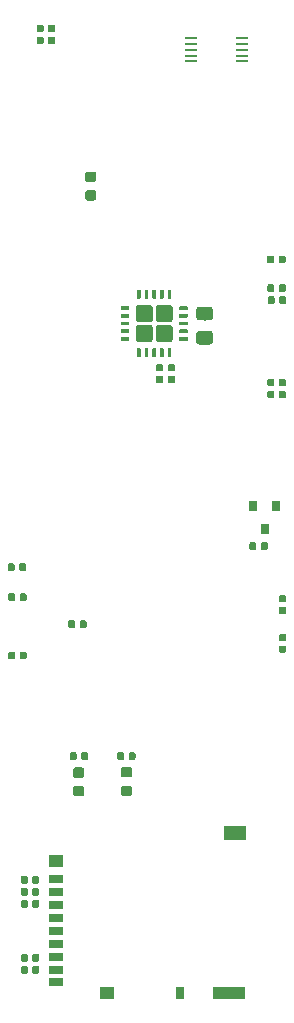
<source format=gbr>
G04 #@! TF.GenerationSoftware,KiCad,Pcbnew,(5.0.1-3-g963ef8bb5)*
G04 #@! TF.CreationDate,2020-07-04T09:07:15+03:00*
G04 #@! TF.ProjectId,sagitta-shield,736167697474612D736869656C642E6B,rev?*
G04 #@! TF.SameCoordinates,Original*
G04 #@! TF.FileFunction,Paste,Top*
G04 #@! TF.FilePolarity,Positive*
%FSLAX46Y46*%
G04 Gerber Fmt 4.6, Leading zero omitted, Abs format (unit mm)*
G04 Created by KiCad (PCBNEW (5.0.1-3-g963ef8bb5)) date 2020 July 04, Saturday 09:07:15*
%MOMM*%
%LPD*%
G01*
G04 APERTURE LIST*
%ADD10R,1.200000X0.700000*%
%ADD11R,1.200000X1.000000*%
%ADD12R,0.800000X1.000000*%
%ADD13R,2.800000X1.000000*%
%ADD14R,1.900000X1.300000*%
%ADD15C,0.100000*%
%ADD16C,1.150000*%
%ADD17R,1.100000X0.250000*%
%ADD18C,1.450000*%
%ADD19C,0.300000*%
%ADD20R,0.800000X0.900000*%
%ADD21C,0.590000*%
%ADD22C,0.875000*%
G04 APERTURE END LIST*
D10*
G04 #@! TO.C,J2*
X120037000Y-145956000D03*
X120037000Y-145006000D03*
X120037000Y-137306000D03*
X120037000Y-138406000D03*
X120037000Y-139506000D03*
X120037000Y-140606000D03*
X120037000Y-141706000D03*
X120037000Y-142806000D03*
X120037000Y-143906000D03*
D11*
X120037000Y-135756000D03*
X124337000Y-146906000D03*
D12*
X130537000Y-146906000D03*
D13*
X134687000Y-146906000D03*
D14*
X135137000Y-133406000D03*
G04 #@! TD*
D15*
G04 #@! TO.C,R1*
G36*
X133062505Y-90875204D02*
X133086773Y-90878804D01*
X133110572Y-90884765D01*
X133133671Y-90893030D01*
X133155850Y-90903520D01*
X133176893Y-90916132D01*
X133196599Y-90930747D01*
X133214777Y-90947223D01*
X133231253Y-90965401D01*
X133245868Y-90985107D01*
X133258480Y-91006150D01*
X133268970Y-91028329D01*
X133277235Y-91051428D01*
X133283196Y-91075227D01*
X133286796Y-91099495D01*
X133288000Y-91123999D01*
X133288000Y-91774001D01*
X133286796Y-91798505D01*
X133283196Y-91822773D01*
X133277235Y-91846572D01*
X133268970Y-91869671D01*
X133258480Y-91891850D01*
X133245868Y-91912893D01*
X133231253Y-91932599D01*
X133214777Y-91950777D01*
X133196599Y-91967253D01*
X133176893Y-91981868D01*
X133155850Y-91994480D01*
X133133671Y-92004970D01*
X133110572Y-92013235D01*
X133086773Y-92019196D01*
X133062505Y-92022796D01*
X133038001Y-92024000D01*
X132137999Y-92024000D01*
X132113495Y-92022796D01*
X132089227Y-92019196D01*
X132065428Y-92013235D01*
X132042329Y-92004970D01*
X132020150Y-91994480D01*
X131999107Y-91981868D01*
X131979401Y-91967253D01*
X131961223Y-91950777D01*
X131944747Y-91932599D01*
X131930132Y-91912893D01*
X131917520Y-91891850D01*
X131907030Y-91869671D01*
X131898765Y-91846572D01*
X131892804Y-91822773D01*
X131889204Y-91798505D01*
X131888000Y-91774001D01*
X131888000Y-91123999D01*
X131889204Y-91099495D01*
X131892804Y-91075227D01*
X131898765Y-91051428D01*
X131907030Y-91028329D01*
X131917520Y-91006150D01*
X131930132Y-90985107D01*
X131944747Y-90965401D01*
X131961223Y-90947223D01*
X131979401Y-90930747D01*
X131999107Y-90916132D01*
X132020150Y-90903520D01*
X132042329Y-90893030D01*
X132065428Y-90884765D01*
X132089227Y-90878804D01*
X132113495Y-90875204D01*
X132137999Y-90874000D01*
X133038001Y-90874000D01*
X133062505Y-90875204D01*
X133062505Y-90875204D01*
G37*
D16*
X132588000Y-91449000D03*
D15*
G36*
X133062505Y-88825204D02*
X133086773Y-88828804D01*
X133110572Y-88834765D01*
X133133671Y-88843030D01*
X133155850Y-88853520D01*
X133176893Y-88866132D01*
X133196599Y-88880747D01*
X133214777Y-88897223D01*
X133231253Y-88915401D01*
X133245868Y-88935107D01*
X133258480Y-88956150D01*
X133268970Y-88978329D01*
X133277235Y-89001428D01*
X133283196Y-89025227D01*
X133286796Y-89049495D01*
X133288000Y-89073999D01*
X133288000Y-89724001D01*
X133286796Y-89748505D01*
X133283196Y-89772773D01*
X133277235Y-89796572D01*
X133268970Y-89819671D01*
X133258480Y-89841850D01*
X133245868Y-89862893D01*
X133231253Y-89882599D01*
X133214777Y-89900777D01*
X133196599Y-89917253D01*
X133176893Y-89931868D01*
X133155850Y-89944480D01*
X133133671Y-89954970D01*
X133110572Y-89963235D01*
X133086773Y-89969196D01*
X133062505Y-89972796D01*
X133038001Y-89974000D01*
X132137999Y-89974000D01*
X132113495Y-89972796D01*
X132089227Y-89969196D01*
X132065428Y-89963235D01*
X132042329Y-89954970D01*
X132020150Y-89944480D01*
X131999107Y-89931868D01*
X131979401Y-89917253D01*
X131961223Y-89900777D01*
X131944747Y-89882599D01*
X131930132Y-89862893D01*
X131917520Y-89841850D01*
X131907030Y-89819671D01*
X131898765Y-89796572D01*
X131892804Y-89772773D01*
X131889204Y-89748505D01*
X131888000Y-89724001D01*
X131888000Y-89073999D01*
X131889204Y-89049495D01*
X131892804Y-89025227D01*
X131898765Y-89001428D01*
X131907030Y-88978329D01*
X131917520Y-88956150D01*
X131930132Y-88935107D01*
X131944747Y-88915401D01*
X131961223Y-88897223D01*
X131979401Y-88880747D01*
X131999107Y-88866132D01*
X132020150Y-88853520D01*
X132042329Y-88843030D01*
X132065428Y-88834765D01*
X132089227Y-88828804D01*
X132113495Y-88825204D01*
X132137999Y-88824000D01*
X133038001Y-88824000D01*
X133062505Y-88825204D01*
X133062505Y-88825204D01*
G37*
D16*
X132588000Y-89399000D03*
G04 #@! TD*
D17*
G04 #@! TO.C,U1*
X135754000Y-68056000D03*
X135754000Y-67556000D03*
X135754000Y-67056000D03*
X135754000Y-66556000D03*
X135754000Y-66056000D03*
X131454000Y-66056000D03*
X131454000Y-66556000D03*
X131454000Y-67056000D03*
X131454000Y-67556000D03*
X131454000Y-68056000D03*
G04 #@! TD*
D15*
G04 #@! TO.C,U2*
G36*
X129659503Y-90363203D02*
X129683772Y-90366803D01*
X129707570Y-90372764D01*
X129730670Y-90381029D01*
X129752848Y-90391519D01*
X129773892Y-90404132D01*
X129793597Y-90418746D01*
X129811776Y-90435222D01*
X129828252Y-90453401D01*
X129842866Y-90473106D01*
X129855479Y-90494150D01*
X129865969Y-90516328D01*
X129874234Y-90539428D01*
X129880195Y-90563226D01*
X129883795Y-90587495D01*
X129884999Y-90611999D01*
X129884999Y-91561999D01*
X129883795Y-91586503D01*
X129880195Y-91610772D01*
X129874234Y-91634570D01*
X129865969Y-91657670D01*
X129855479Y-91679848D01*
X129842866Y-91700892D01*
X129828252Y-91720597D01*
X129811776Y-91738776D01*
X129793597Y-91755252D01*
X129773892Y-91769866D01*
X129752848Y-91782479D01*
X129730670Y-91792969D01*
X129707570Y-91801234D01*
X129683772Y-91807195D01*
X129659503Y-91810795D01*
X129634999Y-91811999D01*
X128684999Y-91811999D01*
X128660495Y-91810795D01*
X128636226Y-91807195D01*
X128612428Y-91801234D01*
X128589328Y-91792969D01*
X128567150Y-91782479D01*
X128546106Y-91769866D01*
X128526401Y-91755252D01*
X128508222Y-91738776D01*
X128491746Y-91720597D01*
X128477132Y-91700892D01*
X128464519Y-91679848D01*
X128454029Y-91657670D01*
X128445764Y-91634570D01*
X128439803Y-91610772D01*
X128436203Y-91586503D01*
X128434999Y-91561999D01*
X128434999Y-90611999D01*
X128436203Y-90587495D01*
X128439803Y-90563226D01*
X128445764Y-90539428D01*
X128454029Y-90516328D01*
X128464519Y-90494150D01*
X128477132Y-90473106D01*
X128491746Y-90453401D01*
X128508222Y-90435222D01*
X128526401Y-90418746D01*
X128546106Y-90404132D01*
X128567150Y-90391519D01*
X128589328Y-90381029D01*
X128612428Y-90372764D01*
X128636226Y-90366803D01*
X128660495Y-90363203D01*
X128684999Y-90361999D01*
X129634999Y-90361999D01*
X129659503Y-90363203D01*
X129659503Y-90363203D01*
G37*
D18*
X129159999Y-91086999D03*
D15*
G36*
X129659503Y-88683203D02*
X129683772Y-88686803D01*
X129707570Y-88692764D01*
X129730670Y-88701029D01*
X129752848Y-88711519D01*
X129773892Y-88724132D01*
X129793597Y-88738746D01*
X129811776Y-88755222D01*
X129828252Y-88773401D01*
X129842866Y-88793106D01*
X129855479Y-88814150D01*
X129865969Y-88836328D01*
X129874234Y-88859428D01*
X129880195Y-88883226D01*
X129883795Y-88907495D01*
X129884999Y-88931999D01*
X129884999Y-89881999D01*
X129883795Y-89906503D01*
X129880195Y-89930772D01*
X129874234Y-89954570D01*
X129865969Y-89977670D01*
X129855479Y-89999848D01*
X129842866Y-90020892D01*
X129828252Y-90040597D01*
X129811776Y-90058776D01*
X129793597Y-90075252D01*
X129773892Y-90089866D01*
X129752848Y-90102479D01*
X129730670Y-90112969D01*
X129707570Y-90121234D01*
X129683772Y-90127195D01*
X129659503Y-90130795D01*
X129634999Y-90131999D01*
X128684999Y-90131999D01*
X128660495Y-90130795D01*
X128636226Y-90127195D01*
X128612428Y-90121234D01*
X128589328Y-90112969D01*
X128567150Y-90102479D01*
X128546106Y-90089866D01*
X128526401Y-90075252D01*
X128508222Y-90058776D01*
X128491746Y-90040597D01*
X128477132Y-90020892D01*
X128464519Y-89999848D01*
X128454029Y-89977670D01*
X128445764Y-89954570D01*
X128439803Y-89930772D01*
X128436203Y-89906503D01*
X128434999Y-89881999D01*
X128434999Y-88931999D01*
X128436203Y-88907495D01*
X128439803Y-88883226D01*
X128445764Y-88859428D01*
X128454029Y-88836328D01*
X128464519Y-88814150D01*
X128477132Y-88793106D01*
X128491746Y-88773401D01*
X128508222Y-88755222D01*
X128526401Y-88738746D01*
X128546106Y-88724132D01*
X128567150Y-88711519D01*
X128589328Y-88701029D01*
X128612428Y-88692764D01*
X128636226Y-88686803D01*
X128660495Y-88683203D01*
X128684999Y-88681999D01*
X129634999Y-88681999D01*
X129659503Y-88683203D01*
X129659503Y-88683203D01*
G37*
D18*
X129159999Y-89406999D03*
D15*
G36*
X127979503Y-90363203D02*
X128003772Y-90366803D01*
X128027570Y-90372764D01*
X128050670Y-90381029D01*
X128072848Y-90391519D01*
X128093892Y-90404132D01*
X128113597Y-90418746D01*
X128131776Y-90435222D01*
X128148252Y-90453401D01*
X128162866Y-90473106D01*
X128175479Y-90494150D01*
X128185969Y-90516328D01*
X128194234Y-90539428D01*
X128200195Y-90563226D01*
X128203795Y-90587495D01*
X128204999Y-90611999D01*
X128204999Y-91561999D01*
X128203795Y-91586503D01*
X128200195Y-91610772D01*
X128194234Y-91634570D01*
X128185969Y-91657670D01*
X128175479Y-91679848D01*
X128162866Y-91700892D01*
X128148252Y-91720597D01*
X128131776Y-91738776D01*
X128113597Y-91755252D01*
X128093892Y-91769866D01*
X128072848Y-91782479D01*
X128050670Y-91792969D01*
X128027570Y-91801234D01*
X128003772Y-91807195D01*
X127979503Y-91810795D01*
X127954999Y-91811999D01*
X127004999Y-91811999D01*
X126980495Y-91810795D01*
X126956226Y-91807195D01*
X126932428Y-91801234D01*
X126909328Y-91792969D01*
X126887150Y-91782479D01*
X126866106Y-91769866D01*
X126846401Y-91755252D01*
X126828222Y-91738776D01*
X126811746Y-91720597D01*
X126797132Y-91700892D01*
X126784519Y-91679848D01*
X126774029Y-91657670D01*
X126765764Y-91634570D01*
X126759803Y-91610772D01*
X126756203Y-91586503D01*
X126754999Y-91561999D01*
X126754999Y-90611999D01*
X126756203Y-90587495D01*
X126759803Y-90563226D01*
X126765764Y-90539428D01*
X126774029Y-90516328D01*
X126784519Y-90494150D01*
X126797132Y-90473106D01*
X126811746Y-90453401D01*
X126828222Y-90435222D01*
X126846401Y-90418746D01*
X126866106Y-90404132D01*
X126887150Y-90391519D01*
X126909328Y-90381029D01*
X126932428Y-90372764D01*
X126956226Y-90366803D01*
X126980495Y-90363203D01*
X127004999Y-90361999D01*
X127954999Y-90361999D01*
X127979503Y-90363203D01*
X127979503Y-90363203D01*
G37*
D18*
X127479999Y-91086999D03*
D15*
G36*
X127979503Y-88683203D02*
X128003772Y-88686803D01*
X128027570Y-88692764D01*
X128050670Y-88701029D01*
X128072848Y-88711519D01*
X128093892Y-88724132D01*
X128113597Y-88738746D01*
X128131776Y-88755222D01*
X128148252Y-88773401D01*
X128162866Y-88793106D01*
X128175479Y-88814150D01*
X128185969Y-88836328D01*
X128194234Y-88859428D01*
X128200195Y-88883226D01*
X128203795Y-88907495D01*
X128204999Y-88931999D01*
X128204999Y-89881999D01*
X128203795Y-89906503D01*
X128200195Y-89930772D01*
X128194234Y-89954570D01*
X128185969Y-89977670D01*
X128175479Y-89999848D01*
X128162866Y-90020892D01*
X128148252Y-90040597D01*
X128131776Y-90058776D01*
X128113597Y-90075252D01*
X128093892Y-90089866D01*
X128072848Y-90102479D01*
X128050670Y-90112969D01*
X128027570Y-90121234D01*
X128003772Y-90127195D01*
X127979503Y-90130795D01*
X127954999Y-90131999D01*
X127004999Y-90131999D01*
X126980495Y-90130795D01*
X126956226Y-90127195D01*
X126932428Y-90121234D01*
X126909328Y-90112969D01*
X126887150Y-90102479D01*
X126866106Y-90089866D01*
X126846401Y-90075252D01*
X126828222Y-90058776D01*
X126811746Y-90040597D01*
X126797132Y-90020892D01*
X126784519Y-89999848D01*
X126774029Y-89977670D01*
X126765764Y-89954570D01*
X126759803Y-89930772D01*
X126756203Y-89906503D01*
X126754999Y-89881999D01*
X126754999Y-88931999D01*
X126756203Y-88907495D01*
X126759803Y-88883226D01*
X126765764Y-88859428D01*
X126774029Y-88836328D01*
X126784519Y-88814150D01*
X126797132Y-88793106D01*
X126811746Y-88773401D01*
X126828222Y-88755222D01*
X126846401Y-88738746D01*
X126866106Y-88724132D01*
X126887150Y-88711519D01*
X126909328Y-88701029D01*
X126932428Y-88692764D01*
X126956226Y-88686803D01*
X126980495Y-88683203D01*
X127004999Y-88681999D01*
X127954999Y-88681999D01*
X127979503Y-88683203D01*
X127979503Y-88683203D01*
G37*
D18*
X127479999Y-89406999D03*
D15*
G36*
X131102350Y-91397360D02*
X131109631Y-91398440D01*
X131116770Y-91400228D01*
X131123700Y-91402708D01*
X131130354Y-91405855D01*
X131136667Y-91409639D01*
X131142578Y-91414023D01*
X131148032Y-91418966D01*
X131152975Y-91424420D01*
X131157359Y-91430331D01*
X131161143Y-91436644D01*
X131164290Y-91443298D01*
X131166770Y-91450228D01*
X131168558Y-91457367D01*
X131169638Y-91464648D01*
X131169999Y-91471999D01*
X131169999Y-91621999D01*
X131169638Y-91629350D01*
X131168558Y-91636631D01*
X131166770Y-91643770D01*
X131164290Y-91650700D01*
X131161143Y-91657354D01*
X131157359Y-91663667D01*
X131152975Y-91669578D01*
X131148032Y-91675032D01*
X131142578Y-91679975D01*
X131136667Y-91684359D01*
X131130354Y-91688143D01*
X131123700Y-91691290D01*
X131116770Y-91693770D01*
X131109631Y-91695558D01*
X131102350Y-91696638D01*
X131094999Y-91696999D01*
X130494999Y-91696999D01*
X130487648Y-91696638D01*
X130480367Y-91695558D01*
X130473228Y-91693770D01*
X130466298Y-91691290D01*
X130459644Y-91688143D01*
X130453331Y-91684359D01*
X130447420Y-91679975D01*
X130441966Y-91675032D01*
X130437023Y-91669578D01*
X130432639Y-91663667D01*
X130428855Y-91657354D01*
X130425708Y-91650700D01*
X130423228Y-91643770D01*
X130421440Y-91636631D01*
X130420360Y-91629350D01*
X130419999Y-91621999D01*
X130419999Y-91471999D01*
X130420360Y-91464648D01*
X130421440Y-91457367D01*
X130423228Y-91450228D01*
X130425708Y-91443298D01*
X130428855Y-91436644D01*
X130432639Y-91430331D01*
X130437023Y-91424420D01*
X130441966Y-91418966D01*
X130447420Y-91414023D01*
X130453331Y-91409639D01*
X130459644Y-91405855D01*
X130466298Y-91402708D01*
X130473228Y-91400228D01*
X130480367Y-91398440D01*
X130487648Y-91397360D01*
X130494999Y-91396999D01*
X131094999Y-91396999D01*
X131102350Y-91397360D01*
X131102350Y-91397360D01*
G37*
D19*
X130794999Y-91546999D03*
D15*
G36*
X131102350Y-90747360D02*
X131109631Y-90748440D01*
X131116770Y-90750228D01*
X131123700Y-90752708D01*
X131130354Y-90755855D01*
X131136667Y-90759639D01*
X131142578Y-90764023D01*
X131148032Y-90768966D01*
X131152975Y-90774420D01*
X131157359Y-90780331D01*
X131161143Y-90786644D01*
X131164290Y-90793298D01*
X131166770Y-90800228D01*
X131168558Y-90807367D01*
X131169638Y-90814648D01*
X131169999Y-90821999D01*
X131169999Y-90971999D01*
X131169638Y-90979350D01*
X131168558Y-90986631D01*
X131166770Y-90993770D01*
X131164290Y-91000700D01*
X131161143Y-91007354D01*
X131157359Y-91013667D01*
X131152975Y-91019578D01*
X131148032Y-91025032D01*
X131142578Y-91029975D01*
X131136667Y-91034359D01*
X131130354Y-91038143D01*
X131123700Y-91041290D01*
X131116770Y-91043770D01*
X131109631Y-91045558D01*
X131102350Y-91046638D01*
X131094999Y-91046999D01*
X130494999Y-91046999D01*
X130487648Y-91046638D01*
X130480367Y-91045558D01*
X130473228Y-91043770D01*
X130466298Y-91041290D01*
X130459644Y-91038143D01*
X130453331Y-91034359D01*
X130447420Y-91029975D01*
X130441966Y-91025032D01*
X130437023Y-91019578D01*
X130432639Y-91013667D01*
X130428855Y-91007354D01*
X130425708Y-91000700D01*
X130423228Y-90993770D01*
X130421440Y-90986631D01*
X130420360Y-90979350D01*
X130419999Y-90971999D01*
X130419999Y-90821999D01*
X130420360Y-90814648D01*
X130421440Y-90807367D01*
X130423228Y-90800228D01*
X130425708Y-90793298D01*
X130428855Y-90786644D01*
X130432639Y-90780331D01*
X130437023Y-90774420D01*
X130441966Y-90768966D01*
X130447420Y-90764023D01*
X130453331Y-90759639D01*
X130459644Y-90755855D01*
X130466298Y-90752708D01*
X130473228Y-90750228D01*
X130480367Y-90748440D01*
X130487648Y-90747360D01*
X130494999Y-90746999D01*
X131094999Y-90746999D01*
X131102350Y-90747360D01*
X131102350Y-90747360D01*
G37*
D19*
X130794999Y-90896999D03*
D15*
G36*
X131102350Y-90097360D02*
X131109631Y-90098440D01*
X131116770Y-90100228D01*
X131123700Y-90102708D01*
X131130354Y-90105855D01*
X131136667Y-90109639D01*
X131142578Y-90114023D01*
X131148032Y-90118966D01*
X131152975Y-90124420D01*
X131157359Y-90130331D01*
X131161143Y-90136644D01*
X131164290Y-90143298D01*
X131166770Y-90150228D01*
X131168558Y-90157367D01*
X131169638Y-90164648D01*
X131169999Y-90171999D01*
X131169999Y-90321999D01*
X131169638Y-90329350D01*
X131168558Y-90336631D01*
X131166770Y-90343770D01*
X131164290Y-90350700D01*
X131161143Y-90357354D01*
X131157359Y-90363667D01*
X131152975Y-90369578D01*
X131148032Y-90375032D01*
X131142578Y-90379975D01*
X131136667Y-90384359D01*
X131130354Y-90388143D01*
X131123700Y-90391290D01*
X131116770Y-90393770D01*
X131109631Y-90395558D01*
X131102350Y-90396638D01*
X131094999Y-90396999D01*
X130494999Y-90396999D01*
X130487648Y-90396638D01*
X130480367Y-90395558D01*
X130473228Y-90393770D01*
X130466298Y-90391290D01*
X130459644Y-90388143D01*
X130453331Y-90384359D01*
X130447420Y-90379975D01*
X130441966Y-90375032D01*
X130437023Y-90369578D01*
X130432639Y-90363667D01*
X130428855Y-90357354D01*
X130425708Y-90350700D01*
X130423228Y-90343770D01*
X130421440Y-90336631D01*
X130420360Y-90329350D01*
X130419999Y-90321999D01*
X130419999Y-90171999D01*
X130420360Y-90164648D01*
X130421440Y-90157367D01*
X130423228Y-90150228D01*
X130425708Y-90143298D01*
X130428855Y-90136644D01*
X130432639Y-90130331D01*
X130437023Y-90124420D01*
X130441966Y-90118966D01*
X130447420Y-90114023D01*
X130453331Y-90109639D01*
X130459644Y-90105855D01*
X130466298Y-90102708D01*
X130473228Y-90100228D01*
X130480367Y-90098440D01*
X130487648Y-90097360D01*
X130494999Y-90096999D01*
X131094999Y-90096999D01*
X131102350Y-90097360D01*
X131102350Y-90097360D01*
G37*
D19*
X130794999Y-90246999D03*
D15*
G36*
X131102350Y-89447360D02*
X131109631Y-89448440D01*
X131116770Y-89450228D01*
X131123700Y-89452708D01*
X131130354Y-89455855D01*
X131136667Y-89459639D01*
X131142578Y-89464023D01*
X131148032Y-89468966D01*
X131152975Y-89474420D01*
X131157359Y-89480331D01*
X131161143Y-89486644D01*
X131164290Y-89493298D01*
X131166770Y-89500228D01*
X131168558Y-89507367D01*
X131169638Y-89514648D01*
X131169999Y-89521999D01*
X131169999Y-89671999D01*
X131169638Y-89679350D01*
X131168558Y-89686631D01*
X131166770Y-89693770D01*
X131164290Y-89700700D01*
X131161143Y-89707354D01*
X131157359Y-89713667D01*
X131152975Y-89719578D01*
X131148032Y-89725032D01*
X131142578Y-89729975D01*
X131136667Y-89734359D01*
X131130354Y-89738143D01*
X131123700Y-89741290D01*
X131116770Y-89743770D01*
X131109631Y-89745558D01*
X131102350Y-89746638D01*
X131094999Y-89746999D01*
X130494999Y-89746999D01*
X130487648Y-89746638D01*
X130480367Y-89745558D01*
X130473228Y-89743770D01*
X130466298Y-89741290D01*
X130459644Y-89738143D01*
X130453331Y-89734359D01*
X130447420Y-89729975D01*
X130441966Y-89725032D01*
X130437023Y-89719578D01*
X130432639Y-89713667D01*
X130428855Y-89707354D01*
X130425708Y-89700700D01*
X130423228Y-89693770D01*
X130421440Y-89686631D01*
X130420360Y-89679350D01*
X130419999Y-89671999D01*
X130419999Y-89521999D01*
X130420360Y-89514648D01*
X130421440Y-89507367D01*
X130423228Y-89500228D01*
X130425708Y-89493298D01*
X130428855Y-89486644D01*
X130432639Y-89480331D01*
X130437023Y-89474420D01*
X130441966Y-89468966D01*
X130447420Y-89464023D01*
X130453331Y-89459639D01*
X130459644Y-89455855D01*
X130466298Y-89452708D01*
X130473228Y-89450228D01*
X130480367Y-89448440D01*
X130487648Y-89447360D01*
X130494999Y-89446999D01*
X131094999Y-89446999D01*
X131102350Y-89447360D01*
X131102350Y-89447360D01*
G37*
D19*
X130794999Y-89596999D03*
D15*
G36*
X131102350Y-88797360D02*
X131109631Y-88798440D01*
X131116770Y-88800228D01*
X131123700Y-88802708D01*
X131130354Y-88805855D01*
X131136667Y-88809639D01*
X131142578Y-88814023D01*
X131148032Y-88818966D01*
X131152975Y-88824420D01*
X131157359Y-88830331D01*
X131161143Y-88836644D01*
X131164290Y-88843298D01*
X131166770Y-88850228D01*
X131168558Y-88857367D01*
X131169638Y-88864648D01*
X131169999Y-88871999D01*
X131169999Y-89021999D01*
X131169638Y-89029350D01*
X131168558Y-89036631D01*
X131166770Y-89043770D01*
X131164290Y-89050700D01*
X131161143Y-89057354D01*
X131157359Y-89063667D01*
X131152975Y-89069578D01*
X131148032Y-89075032D01*
X131142578Y-89079975D01*
X131136667Y-89084359D01*
X131130354Y-89088143D01*
X131123700Y-89091290D01*
X131116770Y-89093770D01*
X131109631Y-89095558D01*
X131102350Y-89096638D01*
X131094999Y-89096999D01*
X130494999Y-89096999D01*
X130487648Y-89096638D01*
X130480367Y-89095558D01*
X130473228Y-89093770D01*
X130466298Y-89091290D01*
X130459644Y-89088143D01*
X130453331Y-89084359D01*
X130447420Y-89079975D01*
X130441966Y-89075032D01*
X130437023Y-89069578D01*
X130432639Y-89063667D01*
X130428855Y-89057354D01*
X130425708Y-89050700D01*
X130423228Y-89043770D01*
X130421440Y-89036631D01*
X130420360Y-89029350D01*
X130419999Y-89021999D01*
X130419999Y-88871999D01*
X130420360Y-88864648D01*
X130421440Y-88857367D01*
X130423228Y-88850228D01*
X130425708Y-88843298D01*
X130428855Y-88836644D01*
X130432639Y-88830331D01*
X130437023Y-88824420D01*
X130441966Y-88818966D01*
X130447420Y-88814023D01*
X130453331Y-88809639D01*
X130459644Y-88805855D01*
X130466298Y-88802708D01*
X130473228Y-88800228D01*
X130480367Y-88798440D01*
X130487648Y-88797360D01*
X130494999Y-88796999D01*
X131094999Y-88796999D01*
X131102350Y-88797360D01*
X131102350Y-88797360D01*
G37*
D19*
X130794999Y-88946999D03*
D15*
G36*
X129702350Y-87397360D02*
X129709631Y-87398440D01*
X129716770Y-87400228D01*
X129723700Y-87402708D01*
X129730354Y-87405855D01*
X129736667Y-87409639D01*
X129742578Y-87414023D01*
X129748032Y-87418966D01*
X129752975Y-87424420D01*
X129757359Y-87430331D01*
X129761143Y-87436644D01*
X129764290Y-87443298D01*
X129766770Y-87450228D01*
X129768558Y-87457367D01*
X129769638Y-87464648D01*
X129769999Y-87471999D01*
X129769999Y-88071999D01*
X129769638Y-88079350D01*
X129768558Y-88086631D01*
X129766770Y-88093770D01*
X129764290Y-88100700D01*
X129761143Y-88107354D01*
X129757359Y-88113667D01*
X129752975Y-88119578D01*
X129748032Y-88125032D01*
X129742578Y-88129975D01*
X129736667Y-88134359D01*
X129730354Y-88138143D01*
X129723700Y-88141290D01*
X129716770Y-88143770D01*
X129709631Y-88145558D01*
X129702350Y-88146638D01*
X129694999Y-88146999D01*
X129544999Y-88146999D01*
X129537648Y-88146638D01*
X129530367Y-88145558D01*
X129523228Y-88143770D01*
X129516298Y-88141290D01*
X129509644Y-88138143D01*
X129503331Y-88134359D01*
X129497420Y-88129975D01*
X129491966Y-88125032D01*
X129487023Y-88119578D01*
X129482639Y-88113667D01*
X129478855Y-88107354D01*
X129475708Y-88100700D01*
X129473228Y-88093770D01*
X129471440Y-88086631D01*
X129470360Y-88079350D01*
X129469999Y-88071999D01*
X129469999Y-87471999D01*
X129470360Y-87464648D01*
X129471440Y-87457367D01*
X129473228Y-87450228D01*
X129475708Y-87443298D01*
X129478855Y-87436644D01*
X129482639Y-87430331D01*
X129487023Y-87424420D01*
X129491966Y-87418966D01*
X129497420Y-87414023D01*
X129503331Y-87409639D01*
X129509644Y-87405855D01*
X129516298Y-87402708D01*
X129523228Y-87400228D01*
X129530367Y-87398440D01*
X129537648Y-87397360D01*
X129544999Y-87396999D01*
X129694999Y-87396999D01*
X129702350Y-87397360D01*
X129702350Y-87397360D01*
G37*
D19*
X129619999Y-87771999D03*
D15*
G36*
X129052350Y-87397360D02*
X129059631Y-87398440D01*
X129066770Y-87400228D01*
X129073700Y-87402708D01*
X129080354Y-87405855D01*
X129086667Y-87409639D01*
X129092578Y-87414023D01*
X129098032Y-87418966D01*
X129102975Y-87424420D01*
X129107359Y-87430331D01*
X129111143Y-87436644D01*
X129114290Y-87443298D01*
X129116770Y-87450228D01*
X129118558Y-87457367D01*
X129119638Y-87464648D01*
X129119999Y-87471999D01*
X129119999Y-88071999D01*
X129119638Y-88079350D01*
X129118558Y-88086631D01*
X129116770Y-88093770D01*
X129114290Y-88100700D01*
X129111143Y-88107354D01*
X129107359Y-88113667D01*
X129102975Y-88119578D01*
X129098032Y-88125032D01*
X129092578Y-88129975D01*
X129086667Y-88134359D01*
X129080354Y-88138143D01*
X129073700Y-88141290D01*
X129066770Y-88143770D01*
X129059631Y-88145558D01*
X129052350Y-88146638D01*
X129044999Y-88146999D01*
X128894999Y-88146999D01*
X128887648Y-88146638D01*
X128880367Y-88145558D01*
X128873228Y-88143770D01*
X128866298Y-88141290D01*
X128859644Y-88138143D01*
X128853331Y-88134359D01*
X128847420Y-88129975D01*
X128841966Y-88125032D01*
X128837023Y-88119578D01*
X128832639Y-88113667D01*
X128828855Y-88107354D01*
X128825708Y-88100700D01*
X128823228Y-88093770D01*
X128821440Y-88086631D01*
X128820360Y-88079350D01*
X128819999Y-88071999D01*
X128819999Y-87471999D01*
X128820360Y-87464648D01*
X128821440Y-87457367D01*
X128823228Y-87450228D01*
X128825708Y-87443298D01*
X128828855Y-87436644D01*
X128832639Y-87430331D01*
X128837023Y-87424420D01*
X128841966Y-87418966D01*
X128847420Y-87414023D01*
X128853331Y-87409639D01*
X128859644Y-87405855D01*
X128866298Y-87402708D01*
X128873228Y-87400228D01*
X128880367Y-87398440D01*
X128887648Y-87397360D01*
X128894999Y-87396999D01*
X129044999Y-87396999D01*
X129052350Y-87397360D01*
X129052350Y-87397360D01*
G37*
D19*
X128969999Y-87771999D03*
D15*
G36*
X128402350Y-87397360D02*
X128409631Y-87398440D01*
X128416770Y-87400228D01*
X128423700Y-87402708D01*
X128430354Y-87405855D01*
X128436667Y-87409639D01*
X128442578Y-87414023D01*
X128448032Y-87418966D01*
X128452975Y-87424420D01*
X128457359Y-87430331D01*
X128461143Y-87436644D01*
X128464290Y-87443298D01*
X128466770Y-87450228D01*
X128468558Y-87457367D01*
X128469638Y-87464648D01*
X128469999Y-87471999D01*
X128469999Y-88071999D01*
X128469638Y-88079350D01*
X128468558Y-88086631D01*
X128466770Y-88093770D01*
X128464290Y-88100700D01*
X128461143Y-88107354D01*
X128457359Y-88113667D01*
X128452975Y-88119578D01*
X128448032Y-88125032D01*
X128442578Y-88129975D01*
X128436667Y-88134359D01*
X128430354Y-88138143D01*
X128423700Y-88141290D01*
X128416770Y-88143770D01*
X128409631Y-88145558D01*
X128402350Y-88146638D01*
X128394999Y-88146999D01*
X128244999Y-88146999D01*
X128237648Y-88146638D01*
X128230367Y-88145558D01*
X128223228Y-88143770D01*
X128216298Y-88141290D01*
X128209644Y-88138143D01*
X128203331Y-88134359D01*
X128197420Y-88129975D01*
X128191966Y-88125032D01*
X128187023Y-88119578D01*
X128182639Y-88113667D01*
X128178855Y-88107354D01*
X128175708Y-88100700D01*
X128173228Y-88093770D01*
X128171440Y-88086631D01*
X128170360Y-88079350D01*
X128169999Y-88071999D01*
X128169999Y-87471999D01*
X128170360Y-87464648D01*
X128171440Y-87457367D01*
X128173228Y-87450228D01*
X128175708Y-87443298D01*
X128178855Y-87436644D01*
X128182639Y-87430331D01*
X128187023Y-87424420D01*
X128191966Y-87418966D01*
X128197420Y-87414023D01*
X128203331Y-87409639D01*
X128209644Y-87405855D01*
X128216298Y-87402708D01*
X128223228Y-87400228D01*
X128230367Y-87398440D01*
X128237648Y-87397360D01*
X128244999Y-87396999D01*
X128394999Y-87396999D01*
X128402350Y-87397360D01*
X128402350Y-87397360D01*
G37*
D19*
X128319999Y-87771999D03*
D15*
G36*
X127752350Y-87397360D02*
X127759631Y-87398440D01*
X127766770Y-87400228D01*
X127773700Y-87402708D01*
X127780354Y-87405855D01*
X127786667Y-87409639D01*
X127792578Y-87414023D01*
X127798032Y-87418966D01*
X127802975Y-87424420D01*
X127807359Y-87430331D01*
X127811143Y-87436644D01*
X127814290Y-87443298D01*
X127816770Y-87450228D01*
X127818558Y-87457367D01*
X127819638Y-87464648D01*
X127819999Y-87471999D01*
X127819999Y-88071999D01*
X127819638Y-88079350D01*
X127818558Y-88086631D01*
X127816770Y-88093770D01*
X127814290Y-88100700D01*
X127811143Y-88107354D01*
X127807359Y-88113667D01*
X127802975Y-88119578D01*
X127798032Y-88125032D01*
X127792578Y-88129975D01*
X127786667Y-88134359D01*
X127780354Y-88138143D01*
X127773700Y-88141290D01*
X127766770Y-88143770D01*
X127759631Y-88145558D01*
X127752350Y-88146638D01*
X127744999Y-88146999D01*
X127594999Y-88146999D01*
X127587648Y-88146638D01*
X127580367Y-88145558D01*
X127573228Y-88143770D01*
X127566298Y-88141290D01*
X127559644Y-88138143D01*
X127553331Y-88134359D01*
X127547420Y-88129975D01*
X127541966Y-88125032D01*
X127537023Y-88119578D01*
X127532639Y-88113667D01*
X127528855Y-88107354D01*
X127525708Y-88100700D01*
X127523228Y-88093770D01*
X127521440Y-88086631D01*
X127520360Y-88079350D01*
X127519999Y-88071999D01*
X127519999Y-87471999D01*
X127520360Y-87464648D01*
X127521440Y-87457367D01*
X127523228Y-87450228D01*
X127525708Y-87443298D01*
X127528855Y-87436644D01*
X127532639Y-87430331D01*
X127537023Y-87424420D01*
X127541966Y-87418966D01*
X127547420Y-87414023D01*
X127553331Y-87409639D01*
X127559644Y-87405855D01*
X127566298Y-87402708D01*
X127573228Y-87400228D01*
X127580367Y-87398440D01*
X127587648Y-87397360D01*
X127594999Y-87396999D01*
X127744999Y-87396999D01*
X127752350Y-87397360D01*
X127752350Y-87397360D01*
G37*
D19*
X127669999Y-87771999D03*
D15*
G36*
X127102350Y-87397360D02*
X127109631Y-87398440D01*
X127116770Y-87400228D01*
X127123700Y-87402708D01*
X127130354Y-87405855D01*
X127136667Y-87409639D01*
X127142578Y-87414023D01*
X127148032Y-87418966D01*
X127152975Y-87424420D01*
X127157359Y-87430331D01*
X127161143Y-87436644D01*
X127164290Y-87443298D01*
X127166770Y-87450228D01*
X127168558Y-87457367D01*
X127169638Y-87464648D01*
X127169999Y-87471999D01*
X127169999Y-88071999D01*
X127169638Y-88079350D01*
X127168558Y-88086631D01*
X127166770Y-88093770D01*
X127164290Y-88100700D01*
X127161143Y-88107354D01*
X127157359Y-88113667D01*
X127152975Y-88119578D01*
X127148032Y-88125032D01*
X127142578Y-88129975D01*
X127136667Y-88134359D01*
X127130354Y-88138143D01*
X127123700Y-88141290D01*
X127116770Y-88143770D01*
X127109631Y-88145558D01*
X127102350Y-88146638D01*
X127094999Y-88146999D01*
X126944999Y-88146999D01*
X126937648Y-88146638D01*
X126930367Y-88145558D01*
X126923228Y-88143770D01*
X126916298Y-88141290D01*
X126909644Y-88138143D01*
X126903331Y-88134359D01*
X126897420Y-88129975D01*
X126891966Y-88125032D01*
X126887023Y-88119578D01*
X126882639Y-88113667D01*
X126878855Y-88107354D01*
X126875708Y-88100700D01*
X126873228Y-88093770D01*
X126871440Y-88086631D01*
X126870360Y-88079350D01*
X126869999Y-88071999D01*
X126869999Y-87471999D01*
X126870360Y-87464648D01*
X126871440Y-87457367D01*
X126873228Y-87450228D01*
X126875708Y-87443298D01*
X126878855Y-87436644D01*
X126882639Y-87430331D01*
X126887023Y-87424420D01*
X126891966Y-87418966D01*
X126897420Y-87414023D01*
X126903331Y-87409639D01*
X126909644Y-87405855D01*
X126916298Y-87402708D01*
X126923228Y-87400228D01*
X126930367Y-87398440D01*
X126937648Y-87397360D01*
X126944999Y-87396999D01*
X127094999Y-87396999D01*
X127102350Y-87397360D01*
X127102350Y-87397360D01*
G37*
D19*
X127019999Y-87771999D03*
D15*
G36*
X126152350Y-88797360D02*
X126159631Y-88798440D01*
X126166770Y-88800228D01*
X126173700Y-88802708D01*
X126180354Y-88805855D01*
X126186667Y-88809639D01*
X126192578Y-88814023D01*
X126198032Y-88818966D01*
X126202975Y-88824420D01*
X126207359Y-88830331D01*
X126211143Y-88836644D01*
X126214290Y-88843298D01*
X126216770Y-88850228D01*
X126218558Y-88857367D01*
X126219638Y-88864648D01*
X126219999Y-88871999D01*
X126219999Y-89021999D01*
X126219638Y-89029350D01*
X126218558Y-89036631D01*
X126216770Y-89043770D01*
X126214290Y-89050700D01*
X126211143Y-89057354D01*
X126207359Y-89063667D01*
X126202975Y-89069578D01*
X126198032Y-89075032D01*
X126192578Y-89079975D01*
X126186667Y-89084359D01*
X126180354Y-89088143D01*
X126173700Y-89091290D01*
X126166770Y-89093770D01*
X126159631Y-89095558D01*
X126152350Y-89096638D01*
X126144999Y-89096999D01*
X125544999Y-89096999D01*
X125537648Y-89096638D01*
X125530367Y-89095558D01*
X125523228Y-89093770D01*
X125516298Y-89091290D01*
X125509644Y-89088143D01*
X125503331Y-89084359D01*
X125497420Y-89079975D01*
X125491966Y-89075032D01*
X125487023Y-89069578D01*
X125482639Y-89063667D01*
X125478855Y-89057354D01*
X125475708Y-89050700D01*
X125473228Y-89043770D01*
X125471440Y-89036631D01*
X125470360Y-89029350D01*
X125469999Y-89021999D01*
X125469999Y-88871999D01*
X125470360Y-88864648D01*
X125471440Y-88857367D01*
X125473228Y-88850228D01*
X125475708Y-88843298D01*
X125478855Y-88836644D01*
X125482639Y-88830331D01*
X125487023Y-88824420D01*
X125491966Y-88818966D01*
X125497420Y-88814023D01*
X125503331Y-88809639D01*
X125509644Y-88805855D01*
X125516298Y-88802708D01*
X125523228Y-88800228D01*
X125530367Y-88798440D01*
X125537648Y-88797360D01*
X125544999Y-88796999D01*
X126144999Y-88796999D01*
X126152350Y-88797360D01*
X126152350Y-88797360D01*
G37*
D19*
X125844999Y-88946999D03*
D15*
G36*
X126152350Y-89447360D02*
X126159631Y-89448440D01*
X126166770Y-89450228D01*
X126173700Y-89452708D01*
X126180354Y-89455855D01*
X126186667Y-89459639D01*
X126192578Y-89464023D01*
X126198032Y-89468966D01*
X126202975Y-89474420D01*
X126207359Y-89480331D01*
X126211143Y-89486644D01*
X126214290Y-89493298D01*
X126216770Y-89500228D01*
X126218558Y-89507367D01*
X126219638Y-89514648D01*
X126219999Y-89521999D01*
X126219999Y-89671999D01*
X126219638Y-89679350D01*
X126218558Y-89686631D01*
X126216770Y-89693770D01*
X126214290Y-89700700D01*
X126211143Y-89707354D01*
X126207359Y-89713667D01*
X126202975Y-89719578D01*
X126198032Y-89725032D01*
X126192578Y-89729975D01*
X126186667Y-89734359D01*
X126180354Y-89738143D01*
X126173700Y-89741290D01*
X126166770Y-89743770D01*
X126159631Y-89745558D01*
X126152350Y-89746638D01*
X126144999Y-89746999D01*
X125544999Y-89746999D01*
X125537648Y-89746638D01*
X125530367Y-89745558D01*
X125523228Y-89743770D01*
X125516298Y-89741290D01*
X125509644Y-89738143D01*
X125503331Y-89734359D01*
X125497420Y-89729975D01*
X125491966Y-89725032D01*
X125487023Y-89719578D01*
X125482639Y-89713667D01*
X125478855Y-89707354D01*
X125475708Y-89700700D01*
X125473228Y-89693770D01*
X125471440Y-89686631D01*
X125470360Y-89679350D01*
X125469999Y-89671999D01*
X125469999Y-89521999D01*
X125470360Y-89514648D01*
X125471440Y-89507367D01*
X125473228Y-89500228D01*
X125475708Y-89493298D01*
X125478855Y-89486644D01*
X125482639Y-89480331D01*
X125487023Y-89474420D01*
X125491966Y-89468966D01*
X125497420Y-89464023D01*
X125503331Y-89459639D01*
X125509644Y-89455855D01*
X125516298Y-89452708D01*
X125523228Y-89450228D01*
X125530367Y-89448440D01*
X125537648Y-89447360D01*
X125544999Y-89446999D01*
X126144999Y-89446999D01*
X126152350Y-89447360D01*
X126152350Y-89447360D01*
G37*
D19*
X125844999Y-89596999D03*
D15*
G36*
X126152350Y-90097360D02*
X126159631Y-90098440D01*
X126166770Y-90100228D01*
X126173700Y-90102708D01*
X126180354Y-90105855D01*
X126186667Y-90109639D01*
X126192578Y-90114023D01*
X126198032Y-90118966D01*
X126202975Y-90124420D01*
X126207359Y-90130331D01*
X126211143Y-90136644D01*
X126214290Y-90143298D01*
X126216770Y-90150228D01*
X126218558Y-90157367D01*
X126219638Y-90164648D01*
X126219999Y-90171999D01*
X126219999Y-90321999D01*
X126219638Y-90329350D01*
X126218558Y-90336631D01*
X126216770Y-90343770D01*
X126214290Y-90350700D01*
X126211143Y-90357354D01*
X126207359Y-90363667D01*
X126202975Y-90369578D01*
X126198032Y-90375032D01*
X126192578Y-90379975D01*
X126186667Y-90384359D01*
X126180354Y-90388143D01*
X126173700Y-90391290D01*
X126166770Y-90393770D01*
X126159631Y-90395558D01*
X126152350Y-90396638D01*
X126144999Y-90396999D01*
X125544999Y-90396999D01*
X125537648Y-90396638D01*
X125530367Y-90395558D01*
X125523228Y-90393770D01*
X125516298Y-90391290D01*
X125509644Y-90388143D01*
X125503331Y-90384359D01*
X125497420Y-90379975D01*
X125491966Y-90375032D01*
X125487023Y-90369578D01*
X125482639Y-90363667D01*
X125478855Y-90357354D01*
X125475708Y-90350700D01*
X125473228Y-90343770D01*
X125471440Y-90336631D01*
X125470360Y-90329350D01*
X125469999Y-90321999D01*
X125469999Y-90171999D01*
X125470360Y-90164648D01*
X125471440Y-90157367D01*
X125473228Y-90150228D01*
X125475708Y-90143298D01*
X125478855Y-90136644D01*
X125482639Y-90130331D01*
X125487023Y-90124420D01*
X125491966Y-90118966D01*
X125497420Y-90114023D01*
X125503331Y-90109639D01*
X125509644Y-90105855D01*
X125516298Y-90102708D01*
X125523228Y-90100228D01*
X125530367Y-90098440D01*
X125537648Y-90097360D01*
X125544999Y-90096999D01*
X126144999Y-90096999D01*
X126152350Y-90097360D01*
X126152350Y-90097360D01*
G37*
D19*
X125844999Y-90246999D03*
D15*
G36*
X126152350Y-90747360D02*
X126159631Y-90748440D01*
X126166770Y-90750228D01*
X126173700Y-90752708D01*
X126180354Y-90755855D01*
X126186667Y-90759639D01*
X126192578Y-90764023D01*
X126198032Y-90768966D01*
X126202975Y-90774420D01*
X126207359Y-90780331D01*
X126211143Y-90786644D01*
X126214290Y-90793298D01*
X126216770Y-90800228D01*
X126218558Y-90807367D01*
X126219638Y-90814648D01*
X126219999Y-90821999D01*
X126219999Y-90971999D01*
X126219638Y-90979350D01*
X126218558Y-90986631D01*
X126216770Y-90993770D01*
X126214290Y-91000700D01*
X126211143Y-91007354D01*
X126207359Y-91013667D01*
X126202975Y-91019578D01*
X126198032Y-91025032D01*
X126192578Y-91029975D01*
X126186667Y-91034359D01*
X126180354Y-91038143D01*
X126173700Y-91041290D01*
X126166770Y-91043770D01*
X126159631Y-91045558D01*
X126152350Y-91046638D01*
X126144999Y-91046999D01*
X125544999Y-91046999D01*
X125537648Y-91046638D01*
X125530367Y-91045558D01*
X125523228Y-91043770D01*
X125516298Y-91041290D01*
X125509644Y-91038143D01*
X125503331Y-91034359D01*
X125497420Y-91029975D01*
X125491966Y-91025032D01*
X125487023Y-91019578D01*
X125482639Y-91013667D01*
X125478855Y-91007354D01*
X125475708Y-91000700D01*
X125473228Y-90993770D01*
X125471440Y-90986631D01*
X125470360Y-90979350D01*
X125469999Y-90971999D01*
X125469999Y-90821999D01*
X125470360Y-90814648D01*
X125471440Y-90807367D01*
X125473228Y-90800228D01*
X125475708Y-90793298D01*
X125478855Y-90786644D01*
X125482639Y-90780331D01*
X125487023Y-90774420D01*
X125491966Y-90768966D01*
X125497420Y-90764023D01*
X125503331Y-90759639D01*
X125509644Y-90755855D01*
X125516298Y-90752708D01*
X125523228Y-90750228D01*
X125530367Y-90748440D01*
X125537648Y-90747360D01*
X125544999Y-90746999D01*
X126144999Y-90746999D01*
X126152350Y-90747360D01*
X126152350Y-90747360D01*
G37*
D19*
X125844999Y-90896999D03*
D15*
G36*
X126152350Y-91397360D02*
X126159631Y-91398440D01*
X126166770Y-91400228D01*
X126173700Y-91402708D01*
X126180354Y-91405855D01*
X126186667Y-91409639D01*
X126192578Y-91414023D01*
X126198032Y-91418966D01*
X126202975Y-91424420D01*
X126207359Y-91430331D01*
X126211143Y-91436644D01*
X126214290Y-91443298D01*
X126216770Y-91450228D01*
X126218558Y-91457367D01*
X126219638Y-91464648D01*
X126219999Y-91471999D01*
X126219999Y-91621999D01*
X126219638Y-91629350D01*
X126218558Y-91636631D01*
X126216770Y-91643770D01*
X126214290Y-91650700D01*
X126211143Y-91657354D01*
X126207359Y-91663667D01*
X126202975Y-91669578D01*
X126198032Y-91675032D01*
X126192578Y-91679975D01*
X126186667Y-91684359D01*
X126180354Y-91688143D01*
X126173700Y-91691290D01*
X126166770Y-91693770D01*
X126159631Y-91695558D01*
X126152350Y-91696638D01*
X126144999Y-91696999D01*
X125544999Y-91696999D01*
X125537648Y-91696638D01*
X125530367Y-91695558D01*
X125523228Y-91693770D01*
X125516298Y-91691290D01*
X125509644Y-91688143D01*
X125503331Y-91684359D01*
X125497420Y-91679975D01*
X125491966Y-91675032D01*
X125487023Y-91669578D01*
X125482639Y-91663667D01*
X125478855Y-91657354D01*
X125475708Y-91650700D01*
X125473228Y-91643770D01*
X125471440Y-91636631D01*
X125470360Y-91629350D01*
X125469999Y-91621999D01*
X125469999Y-91471999D01*
X125470360Y-91464648D01*
X125471440Y-91457367D01*
X125473228Y-91450228D01*
X125475708Y-91443298D01*
X125478855Y-91436644D01*
X125482639Y-91430331D01*
X125487023Y-91424420D01*
X125491966Y-91418966D01*
X125497420Y-91414023D01*
X125503331Y-91409639D01*
X125509644Y-91405855D01*
X125516298Y-91402708D01*
X125523228Y-91400228D01*
X125530367Y-91398440D01*
X125537648Y-91397360D01*
X125544999Y-91396999D01*
X126144999Y-91396999D01*
X126152350Y-91397360D01*
X126152350Y-91397360D01*
G37*
D19*
X125844999Y-91546999D03*
D15*
G36*
X127102350Y-92347360D02*
X127109631Y-92348440D01*
X127116770Y-92350228D01*
X127123700Y-92352708D01*
X127130354Y-92355855D01*
X127136667Y-92359639D01*
X127142578Y-92364023D01*
X127148032Y-92368966D01*
X127152975Y-92374420D01*
X127157359Y-92380331D01*
X127161143Y-92386644D01*
X127164290Y-92393298D01*
X127166770Y-92400228D01*
X127168558Y-92407367D01*
X127169638Y-92414648D01*
X127169999Y-92421999D01*
X127169999Y-93021999D01*
X127169638Y-93029350D01*
X127168558Y-93036631D01*
X127166770Y-93043770D01*
X127164290Y-93050700D01*
X127161143Y-93057354D01*
X127157359Y-93063667D01*
X127152975Y-93069578D01*
X127148032Y-93075032D01*
X127142578Y-93079975D01*
X127136667Y-93084359D01*
X127130354Y-93088143D01*
X127123700Y-93091290D01*
X127116770Y-93093770D01*
X127109631Y-93095558D01*
X127102350Y-93096638D01*
X127094999Y-93096999D01*
X126944999Y-93096999D01*
X126937648Y-93096638D01*
X126930367Y-93095558D01*
X126923228Y-93093770D01*
X126916298Y-93091290D01*
X126909644Y-93088143D01*
X126903331Y-93084359D01*
X126897420Y-93079975D01*
X126891966Y-93075032D01*
X126887023Y-93069578D01*
X126882639Y-93063667D01*
X126878855Y-93057354D01*
X126875708Y-93050700D01*
X126873228Y-93043770D01*
X126871440Y-93036631D01*
X126870360Y-93029350D01*
X126869999Y-93021999D01*
X126869999Y-92421999D01*
X126870360Y-92414648D01*
X126871440Y-92407367D01*
X126873228Y-92400228D01*
X126875708Y-92393298D01*
X126878855Y-92386644D01*
X126882639Y-92380331D01*
X126887023Y-92374420D01*
X126891966Y-92368966D01*
X126897420Y-92364023D01*
X126903331Y-92359639D01*
X126909644Y-92355855D01*
X126916298Y-92352708D01*
X126923228Y-92350228D01*
X126930367Y-92348440D01*
X126937648Y-92347360D01*
X126944999Y-92346999D01*
X127094999Y-92346999D01*
X127102350Y-92347360D01*
X127102350Y-92347360D01*
G37*
D19*
X127019999Y-92721999D03*
D15*
G36*
X127752350Y-92347360D02*
X127759631Y-92348440D01*
X127766770Y-92350228D01*
X127773700Y-92352708D01*
X127780354Y-92355855D01*
X127786667Y-92359639D01*
X127792578Y-92364023D01*
X127798032Y-92368966D01*
X127802975Y-92374420D01*
X127807359Y-92380331D01*
X127811143Y-92386644D01*
X127814290Y-92393298D01*
X127816770Y-92400228D01*
X127818558Y-92407367D01*
X127819638Y-92414648D01*
X127819999Y-92421999D01*
X127819999Y-93021999D01*
X127819638Y-93029350D01*
X127818558Y-93036631D01*
X127816770Y-93043770D01*
X127814290Y-93050700D01*
X127811143Y-93057354D01*
X127807359Y-93063667D01*
X127802975Y-93069578D01*
X127798032Y-93075032D01*
X127792578Y-93079975D01*
X127786667Y-93084359D01*
X127780354Y-93088143D01*
X127773700Y-93091290D01*
X127766770Y-93093770D01*
X127759631Y-93095558D01*
X127752350Y-93096638D01*
X127744999Y-93096999D01*
X127594999Y-93096999D01*
X127587648Y-93096638D01*
X127580367Y-93095558D01*
X127573228Y-93093770D01*
X127566298Y-93091290D01*
X127559644Y-93088143D01*
X127553331Y-93084359D01*
X127547420Y-93079975D01*
X127541966Y-93075032D01*
X127537023Y-93069578D01*
X127532639Y-93063667D01*
X127528855Y-93057354D01*
X127525708Y-93050700D01*
X127523228Y-93043770D01*
X127521440Y-93036631D01*
X127520360Y-93029350D01*
X127519999Y-93021999D01*
X127519999Y-92421999D01*
X127520360Y-92414648D01*
X127521440Y-92407367D01*
X127523228Y-92400228D01*
X127525708Y-92393298D01*
X127528855Y-92386644D01*
X127532639Y-92380331D01*
X127537023Y-92374420D01*
X127541966Y-92368966D01*
X127547420Y-92364023D01*
X127553331Y-92359639D01*
X127559644Y-92355855D01*
X127566298Y-92352708D01*
X127573228Y-92350228D01*
X127580367Y-92348440D01*
X127587648Y-92347360D01*
X127594999Y-92346999D01*
X127744999Y-92346999D01*
X127752350Y-92347360D01*
X127752350Y-92347360D01*
G37*
D19*
X127669999Y-92721999D03*
D15*
G36*
X128402350Y-92347360D02*
X128409631Y-92348440D01*
X128416770Y-92350228D01*
X128423700Y-92352708D01*
X128430354Y-92355855D01*
X128436667Y-92359639D01*
X128442578Y-92364023D01*
X128448032Y-92368966D01*
X128452975Y-92374420D01*
X128457359Y-92380331D01*
X128461143Y-92386644D01*
X128464290Y-92393298D01*
X128466770Y-92400228D01*
X128468558Y-92407367D01*
X128469638Y-92414648D01*
X128469999Y-92421999D01*
X128469999Y-93021999D01*
X128469638Y-93029350D01*
X128468558Y-93036631D01*
X128466770Y-93043770D01*
X128464290Y-93050700D01*
X128461143Y-93057354D01*
X128457359Y-93063667D01*
X128452975Y-93069578D01*
X128448032Y-93075032D01*
X128442578Y-93079975D01*
X128436667Y-93084359D01*
X128430354Y-93088143D01*
X128423700Y-93091290D01*
X128416770Y-93093770D01*
X128409631Y-93095558D01*
X128402350Y-93096638D01*
X128394999Y-93096999D01*
X128244999Y-93096999D01*
X128237648Y-93096638D01*
X128230367Y-93095558D01*
X128223228Y-93093770D01*
X128216298Y-93091290D01*
X128209644Y-93088143D01*
X128203331Y-93084359D01*
X128197420Y-93079975D01*
X128191966Y-93075032D01*
X128187023Y-93069578D01*
X128182639Y-93063667D01*
X128178855Y-93057354D01*
X128175708Y-93050700D01*
X128173228Y-93043770D01*
X128171440Y-93036631D01*
X128170360Y-93029350D01*
X128169999Y-93021999D01*
X128169999Y-92421999D01*
X128170360Y-92414648D01*
X128171440Y-92407367D01*
X128173228Y-92400228D01*
X128175708Y-92393298D01*
X128178855Y-92386644D01*
X128182639Y-92380331D01*
X128187023Y-92374420D01*
X128191966Y-92368966D01*
X128197420Y-92364023D01*
X128203331Y-92359639D01*
X128209644Y-92355855D01*
X128216298Y-92352708D01*
X128223228Y-92350228D01*
X128230367Y-92348440D01*
X128237648Y-92347360D01*
X128244999Y-92346999D01*
X128394999Y-92346999D01*
X128402350Y-92347360D01*
X128402350Y-92347360D01*
G37*
D19*
X128319999Y-92721999D03*
D15*
G36*
X129052350Y-92347360D02*
X129059631Y-92348440D01*
X129066770Y-92350228D01*
X129073700Y-92352708D01*
X129080354Y-92355855D01*
X129086667Y-92359639D01*
X129092578Y-92364023D01*
X129098032Y-92368966D01*
X129102975Y-92374420D01*
X129107359Y-92380331D01*
X129111143Y-92386644D01*
X129114290Y-92393298D01*
X129116770Y-92400228D01*
X129118558Y-92407367D01*
X129119638Y-92414648D01*
X129119999Y-92421999D01*
X129119999Y-93021999D01*
X129119638Y-93029350D01*
X129118558Y-93036631D01*
X129116770Y-93043770D01*
X129114290Y-93050700D01*
X129111143Y-93057354D01*
X129107359Y-93063667D01*
X129102975Y-93069578D01*
X129098032Y-93075032D01*
X129092578Y-93079975D01*
X129086667Y-93084359D01*
X129080354Y-93088143D01*
X129073700Y-93091290D01*
X129066770Y-93093770D01*
X129059631Y-93095558D01*
X129052350Y-93096638D01*
X129044999Y-93096999D01*
X128894999Y-93096999D01*
X128887648Y-93096638D01*
X128880367Y-93095558D01*
X128873228Y-93093770D01*
X128866298Y-93091290D01*
X128859644Y-93088143D01*
X128853331Y-93084359D01*
X128847420Y-93079975D01*
X128841966Y-93075032D01*
X128837023Y-93069578D01*
X128832639Y-93063667D01*
X128828855Y-93057354D01*
X128825708Y-93050700D01*
X128823228Y-93043770D01*
X128821440Y-93036631D01*
X128820360Y-93029350D01*
X128819999Y-93021999D01*
X128819999Y-92421999D01*
X128820360Y-92414648D01*
X128821440Y-92407367D01*
X128823228Y-92400228D01*
X128825708Y-92393298D01*
X128828855Y-92386644D01*
X128832639Y-92380331D01*
X128837023Y-92374420D01*
X128841966Y-92368966D01*
X128847420Y-92364023D01*
X128853331Y-92359639D01*
X128859644Y-92355855D01*
X128866298Y-92352708D01*
X128873228Y-92350228D01*
X128880367Y-92348440D01*
X128887648Y-92347360D01*
X128894999Y-92346999D01*
X129044999Y-92346999D01*
X129052350Y-92347360D01*
X129052350Y-92347360D01*
G37*
D19*
X128969999Y-92721999D03*
D15*
G36*
X129702350Y-92347360D02*
X129709631Y-92348440D01*
X129716770Y-92350228D01*
X129723700Y-92352708D01*
X129730354Y-92355855D01*
X129736667Y-92359639D01*
X129742578Y-92364023D01*
X129748032Y-92368966D01*
X129752975Y-92374420D01*
X129757359Y-92380331D01*
X129761143Y-92386644D01*
X129764290Y-92393298D01*
X129766770Y-92400228D01*
X129768558Y-92407367D01*
X129769638Y-92414648D01*
X129769999Y-92421999D01*
X129769999Y-93021999D01*
X129769638Y-93029350D01*
X129768558Y-93036631D01*
X129766770Y-93043770D01*
X129764290Y-93050700D01*
X129761143Y-93057354D01*
X129757359Y-93063667D01*
X129752975Y-93069578D01*
X129748032Y-93075032D01*
X129742578Y-93079975D01*
X129736667Y-93084359D01*
X129730354Y-93088143D01*
X129723700Y-93091290D01*
X129716770Y-93093770D01*
X129709631Y-93095558D01*
X129702350Y-93096638D01*
X129694999Y-93096999D01*
X129544999Y-93096999D01*
X129537648Y-93096638D01*
X129530367Y-93095558D01*
X129523228Y-93093770D01*
X129516298Y-93091290D01*
X129509644Y-93088143D01*
X129503331Y-93084359D01*
X129497420Y-93079975D01*
X129491966Y-93075032D01*
X129487023Y-93069578D01*
X129482639Y-93063667D01*
X129478855Y-93057354D01*
X129475708Y-93050700D01*
X129473228Y-93043770D01*
X129471440Y-93036631D01*
X129470360Y-93029350D01*
X129469999Y-93021999D01*
X129469999Y-92421999D01*
X129470360Y-92414648D01*
X129471440Y-92407367D01*
X129473228Y-92400228D01*
X129475708Y-92393298D01*
X129478855Y-92386644D01*
X129482639Y-92380331D01*
X129487023Y-92374420D01*
X129491966Y-92368966D01*
X129497420Y-92364023D01*
X129503331Y-92359639D01*
X129509644Y-92355855D01*
X129516298Y-92352708D01*
X129523228Y-92350228D01*
X129530367Y-92348440D01*
X129537648Y-92347360D01*
X129544999Y-92346999D01*
X129694999Y-92346999D01*
X129702350Y-92347360D01*
X129702350Y-92347360D01*
G37*
D19*
X129619999Y-92721999D03*
G04 #@! TD*
D20*
G04 #@! TO.C,Q1*
X138618000Y-105680000D03*
X136718000Y-105680000D03*
X137668000Y-107680000D03*
G04 #@! TD*
D15*
G04 #@! TO.C,C1*
G36*
X128964958Y-94678710D02*
X128979276Y-94680834D01*
X128993317Y-94684351D01*
X129006946Y-94689228D01*
X129020031Y-94695417D01*
X129032447Y-94702858D01*
X129044073Y-94711481D01*
X129054798Y-94721202D01*
X129064519Y-94731927D01*
X129073142Y-94743553D01*
X129080583Y-94755969D01*
X129086772Y-94769054D01*
X129091649Y-94782683D01*
X129095166Y-94796724D01*
X129097290Y-94811042D01*
X129098000Y-94825500D01*
X129098000Y-95120500D01*
X129097290Y-95134958D01*
X129095166Y-95149276D01*
X129091649Y-95163317D01*
X129086772Y-95176946D01*
X129080583Y-95190031D01*
X129073142Y-95202447D01*
X129064519Y-95214073D01*
X129054798Y-95224798D01*
X129044073Y-95234519D01*
X129032447Y-95243142D01*
X129020031Y-95250583D01*
X129006946Y-95256772D01*
X128993317Y-95261649D01*
X128979276Y-95265166D01*
X128964958Y-95267290D01*
X128950500Y-95268000D01*
X128605500Y-95268000D01*
X128591042Y-95267290D01*
X128576724Y-95265166D01*
X128562683Y-95261649D01*
X128549054Y-95256772D01*
X128535969Y-95250583D01*
X128523553Y-95243142D01*
X128511927Y-95234519D01*
X128501202Y-95224798D01*
X128491481Y-95214073D01*
X128482858Y-95202447D01*
X128475417Y-95190031D01*
X128469228Y-95176946D01*
X128464351Y-95163317D01*
X128460834Y-95149276D01*
X128458710Y-95134958D01*
X128458000Y-95120500D01*
X128458000Y-94825500D01*
X128458710Y-94811042D01*
X128460834Y-94796724D01*
X128464351Y-94782683D01*
X128469228Y-94769054D01*
X128475417Y-94755969D01*
X128482858Y-94743553D01*
X128491481Y-94731927D01*
X128501202Y-94721202D01*
X128511927Y-94711481D01*
X128523553Y-94702858D01*
X128535969Y-94695417D01*
X128549054Y-94689228D01*
X128562683Y-94684351D01*
X128576724Y-94680834D01*
X128591042Y-94678710D01*
X128605500Y-94678000D01*
X128950500Y-94678000D01*
X128964958Y-94678710D01*
X128964958Y-94678710D01*
G37*
D21*
X128778000Y-94973000D03*
D15*
G36*
X128964958Y-93708710D02*
X128979276Y-93710834D01*
X128993317Y-93714351D01*
X129006946Y-93719228D01*
X129020031Y-93725417D01*
X129032447Y-93732858D01*
X129044073Y-93741481D01*
X129054798Y-93751202D01*
X129064519Y-93761927D01*
X129073142Y-93773553D01*
X129080583Y-93785969D01*
X129086772Y-93799054D01*
X129091649Y-93812683D01*
X129095166Y-93826724D01*
X129097290Y-93841042D01*
X129098000Y-93855500D01*
X129098000Y-94150500D01*
X129097290Y-94164958D01*
X129095166Y-94179276D01*
X129091649Y-94193317D01*
X129086772Y-94206946D01*
X129080583Y-94220031D01*
X129073142Y-94232447D01*
X129064519Y-94244073D01*
X129054798Y-94254798D01*
X129044073Y-94264519D01*
X129032447Y-94273142D01*
X129020031Y-94280583D01*
X129006946Y-94286772D01*
X128993317Y-94291649D01*
X128979276Y-94295166D01*
X128964958Y-94297290D01*
X128950500Y-94298000D01*
X128605500Y-94298000D01*
X128591042Y-94297290D01*
X128576724Y-94295166D01*
X128562683Y-94291649D01*
X128549054Y-94286772D01*
X128535969Y-94280583D01*
X128523553Y-94273142D01*
X128511927Y-94264519D01*
X128501202Y-94254798D01*
X128491481Y-94244073D01*
X128482858Y-94232447D01*
X128475417Y-94220031D01*
X128469228Y-94206946D01*
X128464351Y-94193317D01*
X128460834Y-94179276D01*
X128458710Y-94164958D01*
X128458000Y-94150500D01*
X128458000Y-93855500D01*
X128458710Y-93841042D01*
X128460834Y-93826724D01*
X128464351Y-93812683D01*
X128469228Y-93799054D01*
X128475417Y-93785969D01*
X128482858Y-93773553D01*
X128491481Y-93761927D01*
X128501202Y-93751202D01*
X128511927Y-93741481D01*
X128523553Y-93732858D01*
X128535969Y-93725417D01*
X128549054Y-93719228D01*
X128562683Y-93714351D01*
X128576724Y-93710834D01*
X128591042Y-93708710D01*
X128605500Y-93708000D01*
X128950500Y-93708000D01*
X128964958Y-93708710D01*
X128964958Y-93708710D01*
G37*
D21*
X128778000Y-94003000D03*
G04 #@! TD*
D15*
G04 #@! TO.C,C2*
G36*
X129980958Y-93708710D02*
X129995276Y-93710834D01*
X130009317Y-93714351D01*
X130022946Y-93719228D01*
X130036031Y-93725417D01*
X130048447Y-93732858D01*
X130060073Y-93741481D01*
X130070798Y-93751202D01*
X130080519Y-93761927D01*
X130089142Y-93773553D01*
X130096583Y-93785969D01*
X130102772Y-93799054D01*
X130107649Y-93812683D01*
X130111166Y-93826724D01*
X130113290Y-93841042D01*
X130114000Y-93855500D01*
X130114000Y-94150500D01*
X130113290Y-94164958D01*
X130111166Y-94179276D01*
X130107649Y-94193317D01*
X130102772Y-94206946D01*
X130096583Y-94220031D01*
X130089142Y-94232447D01*
X130080519Y-94244073D01*
X130070798Y-94254798D01*
X130060073Y-94264519D01*
X130048447Y-94273142D01*
X130036031Y-94280583D01*
X130022946Y-94286772D01*
X130009317Y-94291649D01*
X129995276Y-94295166D01*
X129980958Y-94297290D01*
X129966500Y-94298000D01*
X129621500Y-94298000D01*
X129607042Y-94297290D01*
X129592724Y-94295166D01*
X129578683Y-94291649D01*
X129565054Y-94286772D01*
X129551969Y-94280583D01*
X129539553Y-94273142D01*
X129527927Y-94264519D01*
X129517202Y-94254798D01*
X129507481Y-94244073D01*
X129498858Y-94232447D01*
X129491417Y-94220031D01*
X129485228Y-94206946D01*
X129480351Y-94193317D01*
X129476834Y-94179276D01*
X129474710Y-94164958D01*
X129474000Y-94150500D01*
X129474000Y-93855500D01*
X129474710Y-93841042D01*
X129476834Y-93826724D01*
X129480351Y-93812683D01*
X129485228Y-93799054D01*
X129491417Y-93785969D01*
X129498858Y-93773553D01*
X129507481Y-93761927D01*
X129517202Y-93751202D01*
X129527927Y-93741481D01*
X129539553Y-93732858D01*
X129551969Y-93725417D01*
X129565054Y-93719228D01*
X129578683Y-93714351D01*
X129592724Y-93710834D01*
X129607042Y-93708710D01*
X129621500Y-93708000D01*
X129966500Y-93708000D01*
X129980958Y-93708710D01*
X129980958Y-93708710D01*
G37*
D21*
X129794000Y-94003000D03*
D15*
G36*
X129980958Y-94678710D02*
X129995276Y-94680834D01*
X130009317Y-94684351D01*
X130022946Y-94689228D01*
X130036031Y-94695417D01*
X130048447Y-94702858D01*
X130060073Y-94711481D01*
X130070798Y-94721202D01*
X130080519Y-94731927D01*
X130089142Y-94743553D01*
X130096583Y-94755969D01*
X130102772Y-94769054D01*
X130107649Y-94782683D01*
X130111166Y-94796724D01*
X130113290Y-94811042D01*
X130114000Y-94825500D01*
X130114000Y-95120500D01*
X130113290Y-95134958D01*
X130111166Y-95149276D01*
X130107649Y-95163317D01*
X130102772Y-95176946D01*
X130096583Y-95190031D01*
X130089142Y-95202447D01*
X130080519Y-95214073D01*
X130070798Y-95224798D01*
X130060073Y-95234519D01*
X130048447Y-95243142D01*
X130036031Y-95250583D01*
X130022946Y-95256772D01*
X130009317Y-95261649D01*
X129995276Y-95265166D01*
X129980958Y-95267290D01*
X129966500Y-95268000D01*
X129621500Y-95268000D01*
X129607042Y-95267290D01*
X129592724Y-95265166D01*
X129578683Y-95261649D01*
X129565054Y-95256772D01*
X129551969Y-95250583D01*
X129539553Y-95243142D01*
X129527927Y-95234519D01*
X129517202Y-95224798D01*
X129507481Y-95214073D01*
X129498858Y-95202447D01*
X129491417Y-95190031D01*
X129485228Y-95176946D01*
X129480351Y-95163317D01*
X129476834Y-95149276D01*
X129474710Y-95134958D01*
X129474000Y-95120500D01*
X129474000Y-94825500D01*
X129474710Y-94811042D01*
X129476834Y-94796724D01*
X129480351Y-94782683D01*
X129485228Y-94769054D01*
X129491417Y-94755969D01*
X129498858Y-94743553D01*
X129507481Y-94731927D01*
X129517202Y-94721202D01*
X129527927Y-94711481D01*
X129539553Y-94702858D01*
X129551969Y-94695417D01*
X129565054Y-94689228D01*
X129578683Y-94684351D01*
X129592724Y-94680834D01*
X129607042Y-94678710D01*
X129621500Y-94678000D01*
X129966500Y-94678000D01*
X129980958Y-94678710D01*
X129980958Y-94678710D01*
G37*
D21*
X129794000Y-94973000D03*
G04 #@! TD*
D15*
G04 #@! TO.C,C3*
G36*
X123237894Y-78958158D02*
X123259129Y-78961308D01*
X123279953Y-78966524D01*
X123300165Y-78973756D01*
X123319571Y-78982935D01*
X123337984Y-78993971D01*
X123355227Y-79006759D01*
X123371133Y-79021175D01*
X123385549Y-79037081D01*
X123398337Y-79054324D01*
X123409373Y-79072737D01*
X123418552Y-79092143D01*
X123425784Y-79112355D01*
X123431000Y-79133179D01*
X123434150Y-79154414D01*
X123435203Y-79175855D01*
X123435203Y-79613355D01*
X123434150Y-79634796D01*
X123431000Y-79656031D01*
X123425784Y-79676855D01*
X123418552Y-79697067D01*
X123409373Y-79716473D01*
X123398337Y-79734886D01*
X123385549Y-79752129D01*
X123371133Y-79768035D01*
X123355227Y-79782451D01*
X123337984Y-79795239D01*
X123319571Y-79806275D01*
X123300165Y-79815454D01*
X123279953Y-79822686D01*
X123259129Y-79827902D01*
X123237894Y-79831052D01*
X123216453Y-79832105D01*
X122703953Y-79832105D01*
X122682512Y-79831052D01*
X122661277Y-79827902D01*
X122640453Y-79822686D01*
X122620241Y-79815454D01*
X122600835Y-79806275D01*
X122582422Y-79795239D01*
X122565179Y-79782451D01*
X122549273Y-79768035D01*
X122534857Y-79752129D01*
X122522069Y-79734886D01*
X122511033Y-79716473D01*
X122501854Y-79697067D01*
X122494622Y-79676855D01*
X122489406Y-79656031D01*
X122486256Y-79634796D01*
X122485203Y-79613355D01*
X122485203Y-79175855D01*
X122486256Y-79154414D01*
X122489406Y-79133179D01*
X122494622Y-79112355D01*
X122501854Y-79092143D01*
X122511033Y-79072737D01*
X122522069Y-79054324D01*
X122534857Y-79037081D01*
X122549273Y-79021175D01*
X122565179Y-79006759D01*
X122582422Y-78993971D01*
X122600835Y-78982935D01*
X122620241Y-78973756D01*
X122640453Y-78966524D01*
X122661277Y-78961308D01*
X122682512Y-78958158D01*
X122703953Y-78957105D01*
X123216453Y-78957105D01*
X123237894Y-78958158D01*
X123237894Y-78958158D01*
G37*
D22*
X122960203Y-79394605D03*
D15*
G36*
X123237894Y-77383158D02*
X123259129Y-77386308D01*
X123279953Y-77391524D01*
X123300165Y-77398756D01*
X123319571Y-77407935D01*
X123337984Y-77418971D01*
X123355227Y-77431759D01*
X123371133Y-77446175D01*
X123385549Y-77462081D01*
X123398337Y-77479324D01*
X123409373Y-77497737D01*
X123418552Y-77517143D01*
X123425784Y-77537355D01*
X123431000Y-77558179D01*
X123434150Y-77579414D01*
X123435203Y-77600855D01*
X123435203Y-78038355D01*
X123434150Y-78059796D01*
X123431000Y-78081031D01*
X123425784Y-78101855D01*
X123418552Y-78122067D01*
X123409373Y-78141473D01*
X123398337Y-78159886D01*
X123385549Y-78177129D01*
X123371133Y-78193035D01*
X123355227Y-78207451D01*
X123337984Y-78220239D01*
X123319571Y-78231275D01*
X123300165Y-78240454D01*
X123279953Y-78247686D01*
X123259129Y-78252902D01*
X123237894Y-78256052D01*
X123216453Y-78257105D01*
X122703953Y-78257105D01*
X122682512Y-78256052D01*
X122661277Y-78252902D01*
X122640453Y-78247686D01*
X122620241Y-78240454D01*
X122600835Y-78231275D01*
X122582422Y-78220239D01*
X122565179Y-78207451D01*
X122549273Y-78193035D01*
X122534857Y-78177129D01*
X122522069Y-78159886D01*
X122511033Y-78141473D01*
X122501854Y-78122067D01*
X122494622Y-78101855D01*
X122489406Y-78081031D01*
X122486256Y-78059796D01*
X122485203Y-78038355D01*
X122485203Y-77600855D01*
X122486256Y-77579414D01*
X122489406Y-77558179D01*
X122494622Y-77537355D01*
X122501854Y-77517143D01*
X122511033Y-77497737D01*
X122522069Y-77479324D01*
X122534857Y-77462081D01*
X122549273Y-77446175D01*
X122565179Y-77431759D01*
X122582422Y-77418971D01*
X122600835Y-77407935D01*
X122620241Y-77398756D01*
X122640453Y-77391524D01*
X122661277Y-77386308D01*
X122682512Y-77383158D01*
X122703953Y-77382105D01*
X123216453Y-77382105D01*
X123237894Y-77383158D01*
X123237894Y-77383158D01*
G37*
D22*
X122960203Y-77819605D03*
G04 #@! TD*
D15*
G04 #@! TO.C,C5*
G36*
X118825958Y-64958710D02*
X118840276Y-64960834D01*
X118854317Y-64964351D01*
X118867946Y-64969228D01*
X118881031Y-64975417D01*
X118893447Y-64982858D01*
X118905073Y-64991481D01*
X118915798Y-65001202D01*
X118925519Y-65011927D01*
X118934142Y-65023553D01*
X118941583Y-65035969D01*
X118947772Y-65049054D01*
X118952649Y-65062683D01*
X118956166Y-65076724D01*
X118958290Y-65091042D01*
X118959000Y-65105500D01*
X118959000Y-65450500D01*
X118958290Y-65464958D01*
X118956166Y-65479276D01*
X118952649Y-65493317D01*
X118947772Y-65506946D01*
X118941583Y-65520031D01*
X118934142Y-65532447D01*
X118925519Y-65544073D01*
X118915798Y-65554798D01*
X118905073Y-65564519D01*
X118893447Y-65573142D01*
X118881031Y-65580583D01*
X118867946Y-65586772D01*
X118854317Y-65591649D01*
X118840276Y-65595166D01*
X118825958Y-65597290D01*
X118811500Y-65598000D01*
X118516500Y-65598000D01*
X118502042Y-65597290D01*
X118487724Y-65595166D01*
X118473683Y-65591649D01*
X118460054Y-65586772D01*
X118446969Y-65580583D01*
X118434553Y-65573142D01*
X118422927Y-65564519D01*
X118412202Y-65554798D01*
X118402481Y-65544073D01*
X118393858Y-65532447D01*
X118386417Y-65520031D01*
X118380228Y-65506946D01*
X118375351Y-65493317D01*
X118371834Y-65479276D01*
X118369710Y-65464958D01*
X118369000Y-65450500D01*
X118369000Y-65105500D01*
X118369710Y-65091042D01*
X118371834Y-65076724D01*
X118375351Y-65062683D01*
X118380228Y-65049054D01*
X118386417Y-65035969D01*
X118393858Y-65023553D01*
X118402481Y-65011927D01*
X118412202Y-65001202D01*
X118422927Y-64991481D01*
X118434553Y-64982858D01*
X118446969Y-64975417D01*
X118460054Y-64969228D01*
X118473683Y-64964351D01*
X118487724Y-64960834D01*
X118502042Y-64958710D01*
X118516500Y-64958000D01*
X118811500Y-64958000D01*
X118825958Y-64958710D01*
X118825958Y-64958710D01*
G37*
D21*
X118664000Y-65278000D03*
D15*
G36*
X119795958Y-64958710D02*
X119810276Y-64960834D01*
X119824317Y-64964351D01*
X119837946Y-64969228D01*
X119851031Y-64975417D01*
X119863447Y-64982858D01*
X119875073Y-64991481D01*
X119885798Y-65001202D01*
X119895519Y-65011927D01*
X119904142Y-65023553D01*
X119911583Y-65035969D01*
X119917772Y-65049054D01*
X119922649Y-65062683D01*
X119926166Y-65076724D01*
X119928290Y-65091042D01*
X119929000Y-65105500D01*
X119929000Y-65450500D01*
X119928290Y-65464958D01*
X119926166Y-65479276D01*
X119922649Y-65493317D01*
X119917772Y-65506946D01*
X119911583Y-65520031D01*
X119904142Y-65532447D01*
X119895519Y-65544073D01*
X119885798Y-65554798D01*
X119875073Y-65564519D01*
X119863447Y-65573142D01*
X119851031Y-65580583D01*
X119837946Y-65586772D01*
X119824317Y-65591649D01*
X119810276Y-65595166D01*
X119795958Y-65597290D01*
X119781500Y-65598000D01*
X119486500Y-65598000D01*
X119472042Y-65597290D01*
X119457724Y-65595166D01*
X119443683Y-65591649D01*
X119430054Y-65586772D01*
X119416969Y-65580583D01*
X119404553Y-65573142D01*
X119392927Y-65564519D01*
X119382202Y-65554798D01*
X119372481Y-65544073D01*
X119363858Y-65532447D01*
X119356417Y-65520031D01*
X119350228Y-65506946D01*
X119345351Y-65493317D01*
X119341834Y-65479276D01*
X119339710Y-65464958D01*
X119339000Y-65450500D01*
X119339000Y-65105500D01*
X119339710Y-65091042D01*
X119341834Y-65076724D01*
X119345351Y-65062683D01*
X119350228Y-65049054D01*
X119356417Y-65035969D01*
X119363858Y-65023553D01*
X119372481Y-65011927D01*
X119382202Y-65001202D01*
X119392927Y-64991481D01*
X119404553Y-64982858D01*
X119416969Y-64975417D01*
X119430054Y-64969228D01*
X119443683Y-64964351D01*
X119457724Y-64960834D01*
X119472042Y-64958710D01*
X119486500Y-64958000D01*
X119781500Y-64958000D01*
X119795958Y-64958710D01*
X119795958Y-64958710D01*
G37*
D21*
X119634000Y-65278000D03*
G04 #@! TD*
D15*
G04 #@! TO.C,C6*
G36*
X119795958Y-65974710D02*
X119810276Y-65976834D01*
X119824317Y-65980351D01*
X119837946Y-65985228D01*
X119851031Y-65991417D01*
X119863447Y-65998858D01*
X119875073Y-66007481D01*
X119885798Y-66017202D01*
X119895519Y-66027927D01*
X119904142Y-66039553D01*
X119911583Y-66051969D01*
X119917772Y-66065054D01*
X119922649Y-66078683D01*
X119926166Y-66092724D01*
X119928290Y-66107042D01*
X119929000Y-66121500D01*
X119929000Y-66466500D01*
X119928290Y-66480958D01*
X119926166Y-66495276D01*
X119922649Y-66509317D01*
X119917772Y-66522946D01*
X119911583Y-66536031D01*
X119904142Y-66548447D01*
X119895519Y-66560073D01*
X119885798Y-66570798D01*
X119875073Y-66580519D01*
X119863447Y-66589142D01*
X119851031Y-66596583D01*
X119837946Y-66602772D01*
X119824317Y-66607649D01*
X119810276Y-66611166D01*
X119795958Y-66613290D01*
X119781500Y-66614000D01*
X119486500Y-66614000D01*
X119472042Y-66613290D01*
X119457724Y-66611166D01*
X119443683Y-66607649D01*
X119430054Y-66602772D01*
X119416969Y-66596583D01*
X119404553Y-66589142D01*
X119392927Y-66580519D01*
X119382202Y-66570798D01*
X119372481Y-66560073D01*
X119363858Y-66548447D01*
X119356417Y-66536031D01*
X119350228Y-66522946D01*
X119345351Y-66509317D01*
X119341834Y-66495276D01*
X119339710Y-66480958D01*
X119339000Y-66466500D01*
X119339000Y-66121500D01*
X119339710Y-66107042D01*
X119341834Y-66092724D01*
X119345351Y-66078683D01*
X119350228Y-66065054D01*
X119356417Y-66051969D01*
X119363858Y-66039553D01*
X119372481Y-66027927D01*
X119382202Y-66017202D01*
X119392927Y-66007481D01*
X119404553Y-65998858D01*
X119416969Y-65991417D01*
X119430054Y-65985228D01*
X119443683Y-65980351D01*
X119457724Y-65976834D01*
X119472042Y-65974710D01*
X119486500Y-65974000D01*
X119781500Y-65974000D01*
X119795958Y-65974710D01*
X119795958Y-65974710D01*
G37*
D21*
X119634000Y-66294000D03*
D15*
G36*
X118825958Y-65974710D02*
X118840276Y-65976834D01*
X118854317Y-65980351D01*
X118867946Y-65985228D01*
X118881031Y-65991417D01*
X118893447Y-65998858D01*
X118905073Y-66007481D01*
X118915798Y-66017202D01*
X118925519Y-66027927D01*
X118934142Y-66039553D01*
X118941583Y-66051969D01*
X118947772Y-66065054D01*
X118952649Y-66078683D01*
X118956166Y-66092724D01*
X118958290Y-66107042D01*
X118959000Y-66121500D01*
X118959000Y-66466500D01*
X118958290Y-66480958D01*
X118956166Y-66495276D01*
X118952649Y-66509317D01*
X118947772Y-66522946D01*
X118941583Y-66536031D01*
X118934142Y-66548447D01*
X118925519Y-66560073D01*
X118915798Y-66570798D01*
X118905073Y-66580519D01*
X118893447Y-66589142D01*
X118881031Y-66596583D01*
X118867946Y-66602772D01*
X118854317Y-66607649D01*
X118840276Y-66611166D01*
X118825958Y-66613290D01*
X118811500Y-66614000D01*
X118516500Y-66614000D01*
X118502042Y-66613290D01*
X118487724Y-66611166D01*
X118473683Y-66607649D01*
X118460054Y-66602772D01*
X118446969Y-66596583D01*
X118434553Y-66589142D01*
X118422927Y-66580519D01*
X118412202Y-66570798D01*
X118402481Y-66560073D01*
X118393858Y-66548447D01*
X118386417Y-66536031D01*
X118380228Y-66522946D01*
X118375351Y-66509317D01*
X118371834Y-66495276D01*
X118369710Y-66480958D01*
X118369000Y-66466500D01*
X118369000Y-66121500D01*
X118369710Y-66107042D01*
X118371834Y-66092724D01*
X118375351Y-66078683D01*
X118380228Y-66065054D01*
X118386417Y-66051969D01*
X118393858Y-66039553D01*
X118402481Y-66027927D01*
X118412202Y-66017202D01*
X118422927Y-66007481D01*
X118434553Y-65998858D01*
X118446969Y-65991417D01*
X118460054Y-65985228D01*
X118473683Y-65980351D01*
X118487724Y-65976834D01*
X118502042Y-65974710D01*
X118516500Y-65974000D01*
X118811500Y-65974000D01*
X118825958Y-65974710D01*
X118825958Y-65974710D01*
G37*
D21*
X118664000Y-66294000D03*
G04 #@! TD*
D15*
G04 #@! TO.C,R7*
G36*
X117336958Y-110551710D02*
X117351276Y-110553834D01*
X117365317Y-110557351D01*
X117378946Y-110562228D01*
X117392031Y-110568417D01*
X117404447Y-110575858D01*
X117416073Y-110584481D01*
X117426798Y-110594202D01*
X117436519Y-110604927D01*
X117445142Y-110616553D01*
X117452583Y-110628969D01*
X117458772Y-110642054D01*
X117463649Y-110655683D01*
X117467166Y-110669724D01*
X117469290Y-110684042D01*
X117470000Y-110698500D01*
X117470000Y-111043500D01*
X117469290Y-111057958D01*
X117467166Y-111072276D01*
X117463649Y-111086317D01*
X117458772Y-111099946D01*
X117452583Y-111113031D01*
X117445142Y-111125447D01*
X117436519Y-111137073D01*
X117426798Y-111147798D01*
X117416073Y-111157519D01*
X117404447Y-111166142D01*
X117392031Y-111173583D01*
X117378946Y-111179772D01*
X117365317Y-111184649D01*
X117351276Y-111188166D01*
X117336958Y-111190290D01*
X117322500Y-111191000D01*
X117027500Y-111191000D01*
X117013042Y-111190290D01*
X116998724Y-111188166D01*
X116984683Y-111184649D01*
X116971054Y-111179772D01*
X116957969Y-111173583D01*
X116945553Y-111166142D01*
X116933927Y-111157519D01*
X116923202Y-111147798D01*
X116913481Y-111137073D01*
X116904858Y-111125447D01*
X116897417Y-111113031D01*
X116891228Y-111099946D01*
X116886351Y-111086317D01*
X116882834Y-111072276D01*
X116880710Y-111057958D01*
X116880000Y-111043500D01*
X116880000Y-110698500D01*
X116880710Y-110684042D01*
X116882834Y-110669724D01*
X116886351Y-110655683D01*
X116891228Y-110642054D01*
X116897417Y-110628969D01*
X116904858Y-110616553D01*
X116913481Y-110604927D01*
X116923202Y-110594202D01*
X116933927Y-110584481D01*
X116945553Y-110575858D01*
X116957969Y-110568417D01*
X116971054Y-110562228D01*
X116984683Y-110557351D01*
X116998724Y-110553834D01*
X117013042Y-110551710D01*
X117027500Y-110551000D01*
X117322500Y-110551000D01*
X117336958Y-110551710D01*
X117336958Y-110551710D01*
G37*
D21*
X117175000Y-110871000D03*
D15*
G36*
X116366958Y-110551710D02*
X116381276Y-110553834D01*
X116395317Y-110557351D01*
X116408946Y-110562228D01*
X116422031Y-110568417D01*
X116434447Y-110575858D01*
X116446073Y-110584481D01*
X116456798Y-110594202D01*
X116466519Y-110604927D01*
X116475142Y-110616553D01*
X116482583Y-110628969D01*
X116488772Y-110642054D01*
X116493649Y-110655683D01*
X116497166Y-110669724D01*
X116499290Y-110684042D01*
X116500000Y-110698500D01*
X116500000Y-111043500D01*
X116499290Y-111057958D01*
X116497166Y-111072276D01*
X116493649Y-111086317D01*
X116488772Y-111099946D01*
X116482583Y-111113031D01*
X116475142Y-111125447D01*
X116466519Y-111137073D01*
X116456798Y-111147798D01*
X116446073Y-111157519D01*
X116434447Y-111166142D01*
X116422031Y-111173583D01*
X116408946Y-111179772D01*
X116395317Y-111184649D01*
X116381276Y-111188166D01*
X116366958Y-111190290D01*
X116352500Y-111191000D01*
X116057500Y-111191000D01*
X116043042Y-111190290D01*
X116028724Y-111188166D01*
X116014683Y-111184649D01*
X116001054Y-111179772D01*
X115987969Y-111173583D01*
X115975553Y-111166142D01*
X115963927Y-111157519D01*
X115953202Y-111147798D01*
X115943481Y-111137073D01*
X115934858Y-111125447D01*
X115927417Y-111113031D01*
X115921228Y-111099946D01*
X115916351Y-111086317D01*
X115912834Y-111072276D01*
X115910710Y-111057958D01*
X115910000Y-111043500D01*
X115910000Y-110698500D01*
X115910710Y-110684042D01*
X115912834Y-110669724D01*
X115916351Y-110655683D01*
X115921228Y-110642054D01*
X115927417Y-110628969D01*
X115934858Y-110616553D01*
X115943481Y-110604927D01*
X115953202Y-110594202D01*
X115963927Y-110584481D01*
X115975553Y-110575858D01*
X115987969Y-110568417D01*
X116001054Y-110562228D01*
X116014683Y-110557351D01*
X116028724Y-110553834D01*
X116043042Y-110551710D01*
X116057500Y-110551000D01*
X116352500Y-110551000D01*
X116366958Y-110551710D01*
X116366958Y-110551710D01*
G37*
D21*
X116205000Y-110871000D03*
G04 #@! TD*
D15*
G04 #@! TO.C,R8*
G36*
X117382958Y-113091710D02*
X117397276Y-113093834D01*
X117411317Y-113097351D01*
X117424946Y-113102228D01*
X117438031Y-113108417D01*
X117450447Y-113115858D01*
X117462073Y-113124481D01*
X117472798Y-113134202D01*
X117482519Y-113144927D01*
X117491142Y-113156553D01*
X117498583Y-113168969D01*
X117504772Y-113182054D01*
X117509649Y-113195683D01*
X117513166Y-113209724D01*
X117515290Y-113224042D01*
X117516000Y-113238500D01*
X117516000Y-113583500D01*
X117515290Y-113597958D01*
X117513166Y-113612276D01*
X117509649Y-113626317D01*
X117504772Y-113639946D01*
X117498583Y-113653031D01*
X117491142Y-113665447D01*
X117482519Y-113677073D01*
X117472798Y-113687798D01*
X117462073Y-113697519D01*
X117450447Y-113706142D01*
X117438031Y-113713583D01*
X117424946Y-113719772D01*
X117411317Y-113724649D01*
X117397276Y-113728166D01*
X117382958Y-113730290D01*
X117368500Y-113731000D01*
X117073500Y-113731000D01*
X117059042Y-113730290D01*
X117044724Y-113728166D01*
X117030683Y-113724649D01*
X117017054Y-113719772D01*
X117003969Y-113713583D01*
X116991553Y-113706142D01*
X116979927Y-113697519D01*
X116969202Y-113687798D01*
X116959481Y-113677073D01*
X116950858Y-113665447D01*
X116943417Y-113653031D01*
X116937228Y-113639946D01*
X116932351Y-113626317D01*
X116928834Y-113612276D01*
X116926710Y-113597958D01*
X116926000Y-113583500D01*
X116926000Y-113238500D01*
X116926710Y-113224042D01*
X116928834Y-113209724D01*
X116932351Y-113195683D01*
X116937228Y-113182054D01*
X116943417Y-113168969D01*
X116950858Y-113156553D01*
X116959481Y-113144927D01*
X116969202Y-113134202D01*
X116979927Y-113124481D01*
X116991553Y-113115858D01*
X117003969Y-113108417D01*
X117017054Y-113102228D01*
X117030683Y-113097351D01*
X117044724Y-113093834D01*
X117059042Y-113091710D01*
X117073500Y-113091000D01*
X117368500Y-113091000D01*
X117382958Y-113091710D01*
X117382958Y-113091710D01*
G37*
D21*
X117221000Y-113411000D03*
D15*
G36*
X116412958Y-113091710D02*
X116427276Y-113093834D01*
X116441317Y-113097351D01*
X116454946Y-113102228D01*
X116468031Y-113108417D01*
X116480447Y-113115858D01*
X116492073Y-113124481D01*
X116502798Y-113134202D01*
X116512519Y-113144927D01*
X116521142Y-113156553D01*
X116528583Y-113168969D01*
X116534772Y-113182054D01*
X116539649Y-113195683D01*
X116543166Y-113209724D01*
X116545290Y-113224042D01*
X116546000Y-113238500D01*
X116546000Y-113583500D01*
X116545290Y-113597958D01*
X116543166Y-113612276D01*
X116539649Y-113626317D01*
X116534772Y-113639946D01*
X116528583Y-113653031D01*
X116521142Y-113665447D01*
X116512519Y-113677073D01*
X116502798Y-113687798D01*
X116492073Y-113697519D01*
X116480447Y-113706142D01*
X116468031Y-113713583D01*
X116454946Y-113719772D01*
X116441317Y-113724649D01*
X116427276Y-113728166D01*
X116412958Y-113730290D01*
X116398500Y-113731000D01*
X116103500Y-113731000D01*
X116089042Y-113730290D01*
X116074724Y-113728166D01*
X116060683Y-113724649D01*
X116047054Y-113719772D01*
X116033969Y-113713583D01*
X116021553Y-113706142D01*
X116009927Y-113697519D01*
X115999202Y-113687798D01*
X115989481Y-113677073D01*
X115980858Y-113665447D01*
X115973417Y-113653031D01*
X115967228Y-113639946D01*
X115962351Y-113626317D01*
X115958834Y-113612276D01*
X115956710Y-113597958D01*
X115956000Y-113583500D01*
X115956000Y-113238500D01*
X115956710Y-113224042D01*
X115958834Y-113209724D01*
X115962351Y-113195683D01*
X115967228Y-113182054D01*
X115973417Y-113168969D01*
X115980858Y-113156553D01*
X115989481Y-113144927D01*
X115999202Y-113134202D01*
X116009927Y-113124481D01*
X116021553Y-113115858D01*
X116033969Y-113108417D01*
X116047054Y-113102228D01*
X116060683Y-113097351D01*
X116074724Y-113093834D01*
X116089042Y-113091710D01*
X116103500Y-113091000D01*
X116398500Y-113091000D01*
X116412958Y-113091710D01*
X116412958Y-113091710D01*
G37*
D21*
X116251000Y-113411000D03*
G04 #@! TD*
D15*
G04 #@! TO.C,R9*
G36*
X116412958Y-118044710D02*
X116427276Y-118046834D01*
X116441317Y-118050351D01*
X116454946Y-118055228D01*
X116468031Y-118061417D01*
X116480447Y-118068858D01*
X116492073Y-118077481D01*
X116502798Y-118087202D01*
X116512519Y-118097927D01*
X116521142Y-118109553D01*
X116528583Y-118121969D01*
X116534772Y-118135054D01*
X116539649Y-118148683D01*
X116543166Y-118162724D01*
X116545290Y-118177042D01*
X116546000Y-118191500D01*
X116546000Y-118536500D01*
X116545290Y-118550958D01*
X116543166Y-118565276D01*
X116539649Y-118579317D01*
X116534772Y-118592946D01*
X116528583Y-118606031D01*
X116521142Y-118618447D01*
X116512519Y-118630073D01*
X116502798Y-118640798D01*
X116492073Y-118650519D01*
X116480447Y-118659142D01*
X116468031Y-118666583D01*
X116454946Y-118672772D01*
X116441317Y-118677649D01*
X116427276Y-118681166D01*
X116412958Y-118683290D01*
X116398500Y-118684000D01*
X116103500Y-118684000D01*
X116089042Y-118683290D01*
X116074724Y-118681166D01*
X116060683Y-118677649D01*
X116047054Y-118672772D01*
X116033969Y-118666583D01*
X116021553Y-118659142D01*
X116009927Y-118650519D01*
X115999202Y-118640798D01*
X115989481Y-118630073D01*
X115980858Y-118618447D01*
X115973417Y-118606031D01*
X115967228Y-118592946D01*
X115962351Y-118579317D01*
X115958834Y-118565276D01*
X115956710Y-118550958D01*
X115956000Y-118536500D01*
X115956000Y-118191500D01*
X115956710Y-118177042D01*
X115958834Y-118162724D01*
X115962351Y-118148683D01*
X115967228Y-118135054D01*
X115973417Y-118121969D01*
X115980858Y-118109553D01*
X115989481Y-118097927D01*
X115999202Y-118087202D01*
X116009927Y-118077481D01*
X116021553Y-118068858D01*
X116033969Y-118061417D01*
X116047054Y-118055228D01*
X116060683Y-118050351D01*
X116074724Y-118046834D01*
X116089042Y-118044710D01*
X116103500Y-118044000D01*
X116398500Y-118044000D01*
X116412958Y-118044710D01*
X116412958Y-118044710D01*
G37*
D21*
X116251000Y-118364000D03*
D15*
G36*
X117382958Y-118044710D02*
X117397276Y-118046834D01*
X117411317Y-118050351D01*
X117424946Y-118055228D01*
X117438031Y-118061417D01*
X117450447Y-118068858D01*
X117462073Y-118077481D01*
X117472798Y-118087202D01*
X117482519Y-118097927D01*
X117491142Y-118109553D01*
X117498583Y-118121969D01*
X117504772Y-118135054D01*
X117509649Y-118148683D01*
X117513166Y-118162724D01*
X117515290Y-118177042D01*
X117516000Y-118191500D01*
X117516000Y-118536500D01*
X117515290Y-118550958D01*
X117513166Y-118565276D01*
X117509649Y-118579317D01*
X117504772Y-118592946D01*
X117498583Y-118606031D01*
X117491142Y-118618447D01*
X117482519Y-118630073D01*
X117472798Y-118640798D01*
X117462073Y-118650519D01*
X117450447Y-118659142D01*
X117438031Y-118666583D01*
X117424946Y-118672772D01*
X117411317Y-118677649D01*
X117397276Y-118681166D01*
X117382958Y-118683290D01*
X117368500Y-118684000D01*
X117073500Y-118684000D01*
X117059042Y-118683290D01*
X117044724Y-118681166D01*
X117030683Y-118677649D01*
X117017054Y-118672772D01*
X117003969Y-118666583D01*
X116991553Y-118659142D01*
X116979927Y-118650519D01*
X116969202Y-118640798D01*
X116959481Y-118630073D01*
X116950858Y-118618447D01*
X116943417Y-118606031D01*
X116937228Y-118592946D01*
X116932351Y-118579317D01*
X116928834Y-118565276D01*
X116926710Y-118550958D01*
X116926000Y-118536500D01*
X116926000Y-118191500D01*
X116926710Y-118177042D01*
X116928834Y-118162724D01*
X116932351Y-118148683D01*
X116937228Y-118135054D01*
X116943417Y-118121969D01*
X116950858Y-118109553D01*
X116959481Y-118097927D01*
X116969202Y-118087202D01*
X116979927Y-118077481D01*
X116991553Y-118068858D01*
X117003969Y-118061417D01*
X117017054Y-118055228D01*
X117030683Y-118050351D01*
X117044724Y-118046834D01*
X117059042Y-118044710D01*
X117073500Y-118044000D01*
X117368500Y-118044000D01*
X117382958Y-118044710D01*
X117382958Y-118044710D01*
G37*
D21*
X117221000Y-118364000D03*
G04 #@! TD*
D15*
G04 #@! TO.C,R10*
G36*
X139330958Y-86929710D02*
X139345276Y-86931834D01*
X139359317Y-86935351D01*
X139372946Y-86940228D01*
X139386031Y-86946417D01*
X139398447Y-86953858D01*
X139410073Y-86962481D01*
X139420798Y-86972202D01*
X139430519Y-86982927D01*
X139439142Y-86994553D01*
X139446583Y-87006969D01*
X139452772Y-87020054D01*
X139457649Y-87033683D01*
X139461166Y-87047724D01*
X139463290Y-87062042D01*
X139464000Y-87076500D01*
X139464000Y-87421500D01*
X139463290Y-87435958D01*
X139461166Y-87450276D01*
X139457649Y-87464317D01*
X139452772Y-87477946D01*
X139446583Y-87491031D01*
X139439142Y-87503447D01*
X139430519Y-87515073D01*
X139420798Y-87525798D01*
X139410073Y-87535519D01*
X139398447Y-87544142D01*
X139386031Y-87551583D01*
X139372946Y-87557772D01*
X139359317Y-87562649D01*
X139345276Y-87566166D01*
X139330958Y-87568290D01*
X139316500Y-87569000D01*
X139021500Y-87569000D01*
X139007042Y-87568290D01*
X138992724Y-87566166D01*
X138978683Y-87562649D01*
X138965054Y-87557772D01*
X138951969Y-87551583D01*
X138939553Y-87544142D01*
X138927927Y-87535519D01*
X138917202Y-87525798D01*
X138907481Y-87515073D01*
X138898858Y-87503447D01*
X138891417Y-87491031D01*
X138885228Y-87477946D01*
X138880351Y-87464317D01*
X138876834Y-87450276D01*
X138874710Y-87435958D01*
X138874000Y-87421500D01*
X138874000Y-87076500D01*
X138874710Y-87062042D01*
X138876834Y-87047724D01*
X138880351Y-87033683D01*
X138885228Y-87020054D01*
X138891417Y-87006969D01*
X138898858Y-86994553D01*
X138907481Y-86982927D01*
X138917202Y-86972202D01*
X138927927Y-86962481D01*
X138939553Y-86953858D01*
X138951969Y-86946417D01*
X138965054Y-86940228D01*
X138978683Y-86935351D01*
X138992724Y-86931834D01*
X139007042Y-86929710D01*
X139021500Y-86929000D01*
X139316500Y-86929000D01*
X139330958Y-86929710D01*
X139330958Y-86929710D01*
G37*
D21*
X139169000Y-87249000D03*
D15*
G36*
X138360958Y-86929710D02*
X138375276Y-86931834D01*
X138389317Y-86935351D01*
X138402946Y-86940228D01*
X138416031Y-86946417D01*
X138428447Y-86953858D01*
X138440073Y-86962481D01*
X138450798Y-86972202D01*
X138460519Y-86982927D01*
X138469142Y-86994553D01*
X138476583Y-87006969D01*
X138482772Y-87020054D01*
X138487649Y-87033683D01*
X138491166Y-87047724D01*
X138493290Y-87062042D01*
X138494000Y-87076500D01*
X138494000Y-87421500D01*
X138493290Y-87435958D01*
X138491166Y-87450276D01*
X138487649Y-87464317D01*
X138482772Y-87477946D01*
X138476583Y-87491031D01*
X138469142Y-87503447D01*
X138460519Y-87515073D01*
X138450798Y-87525798D01*
X138440073Y-87535519D01*
X138428447Y-87544142D01*
X138416031Y-87551583D01*
X138402946Y-87557772D01*
X138389317Y-87562649D01*
X138375276Y-87566166D01*
X138360958Y-87568290D01*
X138346500Y-87569000D01*
X138051500Y-87569000D01*
X138037042Y-87568290D01*
X138022724Y-87566166D01*
X138008683Y-87562649D01*
X137995054Y-87557772D01*
X137981969Y-87551583D01*
X137969553Y-87544142D01*
X137957927Y-87535519D01*
X137947202Y-87525798D01*
X137937481Y-87515073D01*
X137928858Y-87503447D01*
X137921417Y-87491031D01*
X137915228Y-87477946D01*
X137910351Y-87464317D01*
X137906834Y-87450276D01*
X137904710Y-87435958D01*
X137904000Y-87421500D01*
X137904000Y-87076500D01*
X137904710Y-87062042D01*
X137906834Y-87047724D01*
X137910351Y-87033683D01*
X137915228Y-87020054D01*
X137921417Y-87006969D01*
X137928858Y-86994553D01*
X137937481Y-86982927D01*
X137947202Y-86972202D01*
X137957927Y-86962481D01*
X137969553Y-86953858D01*
X137981969Y-86946417D01*
X137995054Y-86940228D01*
X138008683Y-86935351D01*
X138022724Y-86931834D01*
X138037042Y-86929710D01*
X138051500Y-86929000D01*
X138346500Y-86929000D01*
X138360958Y-86929710D01*
X138360958Y-86929710D01*
G37*
D21*
X138199000Y-87249000D03*
G04 #@! TD*
D15*
G04 #@! TO.C,R12*
G36*
X139307958Y-84516710D02*
X139322276Y-84518834D01*
X139336317Y-84522351D01*
X139349946Y-84527228D01*
X139363031Y-84533417D01*
X139375447Y-84540858D01*
X139387073Y-84549481D01*
X139397798Y-84559202D01*
X139407519Y-84569927D01*
X139416142Y-84581553D01*
X139423583Y-84593969D01*
X139429772Y-84607054D01*
X139434649Y-84620683D01*
X139438166Y-84634724D01*
X139440290Y-84649042D01*
X139441000Y-84663500D01*
X139441000Y-85008500D01*
X139440290Y-85022958D01*
X139438166Y-85037276D01*
X139434649Y-85051317D01*
X139429772Y-85064946D01*
X139423583Y-85078031D01*
X139416142Y-85090447D01*
X139407519Y-85102073D01*
X139397798Y-85112798D01*
X139387073Y-85122519D01*
X139375447Y-85131142D01*
X139363031Y-85138583D01*
X139349946Y-85144772D01*
X139336317Y-85149649D01*
X139322276Y-85153166D01*
X139307958Y-85155290D01*
X139293500Y-85156000D01*
X138998500Y-85156000D01*
X138984042Y-85155290D01*
X138969724Y-85153166D01*
X138955683Y-85149649D01*
X138942054Y-85144772D01*
X138928969Y-85138583D01*
X138916553Y-85131142D01*
X138904927Y-85122519D01*
X138894202Y-85112798D01*
X138884481Y-85102073D01*
X138875858Y-85090447D01*
X138868417Y-85078031D01*
X138862228Y-85064946D01*
X138857351Y-85051317D01*
X138853834Y-85037276D01*
X138851710Y-85022958D01*
X138851000Y-85008500D01*
X138851000Y-84663500D01*
X138851710Y-84649042D01*
X138853834Y-84634724D01*
X138857351Y-84620683D01*
X138862228Y-84607054D01*
X138868417Y-84593969D01*
X138875858Y-84581553D01*
X138884481Y-84569927D01*
X138894202Y-84559202D01*
X138904927Y-84549481D01*
X138916553Y-84540858D01*
X138928969Y-84533417D01*
X138942054Y-84527228D01*
X138955683Y-84522351D01*
X138969724Y-84518834D01*
X138984042Y-84516710D01*
X138998500Y-84516000D01*
X139293500Y-84516000D01*
X139307958Y-84516710D01*
X139307958Y-84516710D01*
G37*
D21*
X139146000Y-84836000D03*
D15*
G36*
X138337958Y-84516710D02*
X138352276Y-84518834D01*
X138366317Y-84522351D01*
X138379946Y-84527228D01*
X138393031Y-84533417D01*
X138405447Y-84540858D01*
X138417073Y-84549481D01*
X138427798Y-84559202D01*
X138437519Y-84569927D01*
X138446142Y-84581553D01*
X138453583Y-84593969D01*
X138459772Y-84607054D01*
X138464649Y-84620683D01*
X138468166Y-84634724D01*
X138470290Y-84649042D01*
X138471000Y-84663500D01*
X138471000Y-85008500D01*
X138470290Y-85022958D01*
X138468166Y-85037276D01*
X138464649Y-85051317D01*
X138459772Y-85064946D01*
X138453583Y-85078031D01*
X138446142Y-85090447D01*
X138437519Y-85102073D01*
X138427798Y-85112798D01*
X138417073Y-85122519D01*
X138405447Y-85131142D01*
X138393031Y-85138583D01*
X138379946Y-85144772D01*
X138366317Y-85149649D01*
X138352276Y-85153166D01*
X138337958Y-85155290D01*
X138323500Y-85156000D01*
X138028500Y-85156000D01*
X138014042Y-85155290D01*
X137999724Y-85153166D01*
X137985683Y-85149649D01*
X137972054Y-85144772D01*
X137958969Y-85138583D01*
X137946553Y-85131142D01*
X137934927Y-85122519D01*
X137924202Y-85112798D01*
X137914481Y-85102073D01*
X137905858Y-85090447D01*
X137898417Y-85078031D01*
X137892228Y-85064946D01*
X137887351Y-85051317D01*
X137883834Y-85037276D01*
X137881710Y-85022958D01*
X137881000Y-85008500D01*
X137881000Y-84663500D01*
X137881710Y-84649042D01*
X137883834Y-84634724D01*
X137887351Y-84620683D01*
X137892228Y-84607054D01*
X137898417Y-84593969D01*
X137905858Y-84581553D01*
X137914481Y-84569927D01*
X137924202Y-84559202D01*
X137934927Y-84549481D01*
X137946553Y-84540858D01*
X137958969Y-84533417D01*
X137972054Y-84527228D01*
X137985683Y-84522351D01*
X137999724Y-84518834D01*
X138014042Y-84516710D01*
X138028500Y-84516000D01*
X138323500Y-84516000D01*
X138337958Y-84516710D01*
X138337958Y-84516710D01*
G37*
D21*
X138176000Y-84836000D03*
G04 #@! TD*
D15*
G04 #@! TO.C,R13*
G36*
X138383958Y-87945710D02*
X138398276Y-87947834D01*
X138412317Y-87951351D01*
X138425946Y-87956228D01*
X138439031Y-87962417D01*
X138451447Y-87969858D01*
X138463073Y-87978481D01*
X138473798Y-87988202D01*
X138483519Y-87998927D01*
X138492142Y-88010553D01*
X138499583Y-88022969D01*
X138505772Y-88036054D01*
X138510649Y-88049683D01*
X138514166Y-88063724D01*
X138516290Y-88078042D01*
X138517000Y-88092500D01*
X138517000Y-88437500D01*
X138516290Y-88451958D01*
X138514166Y-88466276D01*
X138510649Y-88480317D01*
X138505772Y-88493946D01*
X138499583Y-88507031D01*
X138492142Y-88519447D01*
X138483519Y-88531073D01*
X138473798Y-88541798D01*
X138463073Y-88551519D01*
X138451447Y-88560142D01*
X138439031Y-88567583D01*
X138425946Y-88573772D01*
X138412317Y-88578649D01*
X138398276Y-88582166D01*
X138383958Y-88584290D01*
X138369500Y-88585000D01*
X138074500Y-88585000D01*
X138060042Y-88584290D01*
X138045724Y-88582166D01*
X138031683Y-88578649D01*
X138018054Y-88573772D01*
X138004969Y-88567583D01*
X137992553Y-88560142D01*
X137980927Y-88551519D01*
X137970202Y-88541798D01*
X137960481Y-88531073D01*
X137951858Y-88519447D01*
X137944417Y-88507031D01*
X137938228Y-88493946D01*
X137933351Y-88480317D01*
X137929834Y-88466276D01*
X137927710Y-88451958D01*
X137927000Y-88437500D01*
X137927000Y-88092500D01*
X137927710Y-88078042D01*
X137929834Y-88063724D01*
X137933351Y-88049683D01*
X137938228Y-88036054D01*
X137944417Y-88022969D01*
X137951858Y-88010553D01*
X137960481Y-87998927D01*
X137970202Y-87988202D01*
X137980927Y-87978481D01*
X137992553Y-87969858D01*
X138004969Y-87962417D01*
X138018054Y-87956228D01*
X138031683Y-87951351D01*
X138045724Y-87947834D01*
X138060042Y-87945710D01*
X138074500Y-87945000D01*
X138369500Y-87945000D01*
X138383958Y-87945710D01*
X138383958Y-87945710D01*
G37*
D21*
X138222000Y-88265000D03*
D15*
G36*
X139353958Y-87945710D02*
X139368276Y-87947834D01*
X139382317Y-87951351D01*
X139395946Y-87956228D01*
X139409031Y-87962417D01*
X139421447Y-87969858D01*
X139433073Y-87978481D01*
X139443798Y-87988202D01*
X139453519Y-87998927D01*
X139462142Y-88010553D01*
X139469583Y-88022969D01*
X139475772Y-88036054D01*
X139480649Y-88049683D01*
X139484166Y-88063724D01*
X139486290Y-88078042D01*
X139487000Y-88092500D01*
X139487000Y-88437500D01*
X139486290Y-88451958D01*
X139484166Y-88466276D01*
X139480649Y-88480317D01*
X139475772Y-88493946D01*
X139469583Y-88507031D01*
X139462142Y-88519447D01*
X139453519Y-88531073D01*
X139443798Y-88541798D01*
X139433073Y-88551519D01*
X139421447Y-88560142D01*
X139409031Y-88567583D01*
X139395946Y-88573772D01*
X139382317Y-88578649D01*
X139368276Y-88582166D01*
X139353958Y-88584290D01*
X139339500Y-88585000D01*
X139044500Y-88585000D01*
X139030042Y-88584290D01*
X139015724Y-88582166D01*
X139001683Y-88578649D01*
X138988054Y-88573772D01*
X138974969Y-88567583D01*
X138962553Y-88560142D01*
X138950927Y-88551519D01*
X138940202Y-88541798D01*
X138930481Y-88531073D01*
X138921858Y-88519447D01*
X138914417Y-88507031D01*
X138908228Y-88493946D01*
X138903351Y-88480317D01*
X138899834Y-88466276D01*
X138897710Y-88451958D01*
X138897000Y-88437500D01*
X138897000Y-88092500D01*
X138897710Y-88078042D01*
X138899834Y-88063724D01*
X138903351Y-88049683D01*
X138908228Y-88036054D01*
X138914417Y-88022969D01*
X138921858Y-88010553D01*
X138930481Y-87998927D01*
X138940202Y-87988202D01*
X138950927Y-87978481D01*
X138962553Y-87969858D01*
X138974969Y-87962417D01*
X138988054Y-87956228D01*
X139001683Y-87951351D01*
X139015724Y-87947834D01*
X139030042Y-87945710D01*
X139044500Y-87945000D01*
X139339500Y-87945000D01*
X139353958Y-87945710D01*
X139353958Y-87945710D01*
G37*
D21*
X139192000Y-88265000D03*
G04 #@! TD*
D15*
G04 #@! TO.C,R14*
G36*
X139330958Y-94930710D02*
X139345276Y-94932834D01*
X139359317Y-94936351D01*
X139372946Y-94941228D01*
X139386031Y-94947417D01*
X139398447Y-94954858D01*
X139410073Y-94963481D01*
X139420798Y-94973202D01*
X139430519Y-94983927D01*
X139439142Y-94995553D01*
X139446583Y-95007969D01*
X139452772Y-95021054D01*
X139457649Y-95034683D01*
X139461166Y-95048724D01*
X139463290Y-95063042D01*
X139464000Y-95077500D01*
X139464000Y-95422500D01*
X139463290Y-95436958D01*
X139461166Y-95451276D01*
X139457649Y-95465317D01*
X139452772Y-95478946D01*
X139446583Y-95492031D01*
X139439142Y-95504447D01*
X139430519Y-95516073D01*
X139420798Y-95526798D01*
X139410073Y-95536519D01*
X139398447Y-95545142D01*
X139386031Y-95552583D01*
X139372946Y-95558772D01*
X139359317Y-95563649D01*
X139345276Y-95567166D01*
X139330958Y-95569290D01*
X139316500Y-95570000D01*
X139021500Y-95570000D01*
X139007042Y-95569290D01*
X138992724Y-95567166D01*
X138978683Y-95563649D01*
X138965054Y-95558772D01*
X138951969Y-95552583D01*
X138939553Y-95545142D01*
X138927927Y-95536519D01*
X138917202Y-95526798D01*
X138907481Y-95516073D01*
X138898858Y-95504447D01*
X138891417Y-95492031D01*
X138885228Y-95478946D01*
X138880351Y-95465317D01*
X138876834Y-95451276D01*
X138874710Y-95436958D01*
X138874000Y-95422500D01*
X138874000Y-95077500D01*
X138874710Y-95063042D01*
X138876834Y-95048724D01*
X138880351Y-95034683D01*
X138885228Y-95021054D01*
X138891417Y-95007969D01*
X138898858Y-94995553D01*
X138907481Y-94983927D01*
X138917202Y-94973202D01*
X138927927Y-94963481D01*
X138939553Y-94954858D01*
X138951969Y-94947417D01*
X138965054Y-94941228D01*
X138978683Y-94936351D01*
X138992724Y-94932834D01*
X139007042Y-94930710D01*
X139021500Y-94930000D01*
X139316500Y-94930000D01*
X139330958Y-94930710D01*
X139330958Y-94930710D01*
G37*
D21*
X139169000Y-95250000D03*
D15*
G36*
X138360958Y-94930710D02*
X138375276Y-94932834D01*
X138389317Y-94936351D01*
X138402946Y-94941228D01*
X138416031Y-94947417D01*
X138428447Y-94954858D01*
X138440073Y-94963481D01*
X138450798Y-94973202D01*
X138460519Y-94983927D01*
X138469142Y-94995553D01*
X138476583Y-95007969D01*
X138482772Y-95021054D01*
X138487649Y-95034683D01*
X138491166Y-95048724D01*
X138493290Y-95063042D01*
X138494000Y-95077500D01*
X138494000Y-95422500D01*
X138493290Y-95436958D01*
X138491166Y-95451276D01*
X138487649Y-95465317D01*
X138482772Y-95478946D01*
X138476583Y-95492031D01*
X138469142Y-95504447D01*
X138460519Y-95516073D01*
X138450798Y-95526798D01*
X138440073Y-95536519D01*
X138428447Y-95545142D01*
X138416031Y-95552583D01*
X138402946Y-95558772D01*
X138389317Y-95563649D01*
X138375276Y-95567166D01*
X138360958Y-95569290D01*
X138346500Y-95570000D01*
X138051500Y-95570000D01*
X138037042Y-95569290D01*
X138022724Y-95567166D01*
X138008683Y-95563649D01*
X137995054Y-95558772D01*
X137981969Y-95552583D01*
X137969553Y-95545142D01*
X137957927Y-95536519D01*
X137947202Y-95526798D01*
X137937481Y-95516073D01*
X137928858Y-95504447D01*
X137921417Y-95492031D01*
X137915228Y-95478946D01*
X137910351Y-95465317D01*
X137906834Y-95451276D01*
X137904710Y-95436958D01*
X137904000Y-95422500D01*
X137904000Y-95077500D01*
X137904710Y-95063042D01*
X137906834Y-95048724D01*
X137910351Y-95034683D01*
X137915228Y-95021054D01*
X137921417Y-95007969D01*
X137928858Y-94995553D01*
X137937481Y-94983927D01*
X137947202Y-94973202D01*
X137957927Y-94963481D01*
X137969553Y-94954858D01*
X137981969Y-94947417D01*
X137995054Y-94941228D01*
X138008683Y-94936351D01*
X138022724Y-94932834D01*
X138037042Y-94930710D01*
X138051500Y-94930000D01*
X138346500Y-94930000D01*
X138360958Y-94930710D01*
X138360958Y-94930710D01*
G37*
D21*
X138199000Y-95250000D03*
G04 #@! TD*
D15*
G04 #@! TO.C,R16*
G36*
X139378958Y-116545710D02*
X139393276Y-116547834D01*
X139407317Y-116551351D01*
X139420946Y-116556228D01*
X139434031Y-116562417D01*
X139446447Y-116569858D01*
X139458073Y-116578481D01*
X139468798Y-116588202D01*
X139478519Y-116598927D01*
X139487142Y-116610553D01*
X139494583Y-116622969D01*
X139500772Y-116636054D01*
X139505649Y-116649683D01*
X139509166Y-116663724D01*
X139511290Y-116678042D01*
X139512000Y-116692500D01*
X139512000Y-116987500D01*
X139511290Y-117001958D01*
X139509166Y-117016276D01*
X139505649Y-117030317D01*
X139500772Y-117043946D01*
X139494583Y-117057031D01*
X139487142Y-117069447D01*
X139478519Y-117081073D01*
X139468798Y-117091798D01*
X139458073Y-117101519D01*
X139446447Y-117110142D01*
X139434031Y-117117583D01*
X139420946Y-117123772D01*
X139407317Y-117128649D01*
X139393276Y-117132166D01*
X139378958Y-117134290D01*
X139364500Y-117135000D01*
X139019500Y-117135000D01*
X139005042Y-117134290D01*
X138990724Y-117132166D01*
X138976683Y-117128649D01*
X138963054Y-117123772D01*
X138949969Y-117117583D01*
X138937553Y-117110142D01*
X138925927Y-117101519D01*
X138915202Y-117091798D01*
X138905481Y-117081073D01*
X138896858Y-117069447D01*
X138889417Y-117057031D01*
X138883228Y-117043946D01*
X138878351Y-117030317D01*
X138874834Y-117016276D01*
X138872710Y-117001958D01*
X138872000Y-116987500D01*
X138872000Y-116692500D01*
X138872710Y-116678042D01*
X138874834Y-116663724D01*
X138878351Y-116649683D01*
X138883228Y-116636054D01*
X138889417Y-116622969D01*
X138896858Y-116610553D01*
X138905481Y-116598927D01*
X138915202Y-116588202D01*
X138925927Y-116578481D01*
X138937553Y-116569858D01*
X138949969Y-116562417D01*
X138963054Y-116556228D01*
X138976683Y-116551351D01*
X138990724Y-116547834D01*
X139005042Y-116545710D01*
X139019500Y-116545000D01*
X139364500Y-116545000D01*
X139378958Y-116545710D01*
X139378958Y-116545710D01*
G37*
D21*
X139192000Y-116840000D03*
D15*
G36*
X139378958Y-117515710D02*
X139393276Y-117517834D01*
X139407317Y-117521351D01*
X139420946Y-117526228D01*
X139434031Y-117532417D01*
X139446447Y-117539858D01*
X139458073Y-117548481D01*
X139468798Y-117558202D01*
X139478519Y-117568927D01*
X139487142Y-117580553D01*
X139494583Y-117592969D01*
X139500772Y-117606054D01*
X139505649Y-117619683D01*
X139509166Y-117633724D01*
X139511290Y-117648042D01*
X139512000Y-117662500D01*
X139512000Y-117957500D01*
X139511290Y-117971958D01*
X139509166Y-117986276D01*
X139505649Y-118000317D01*
X139500772Y-118013946D01*
X139494583Y-118027031D01*
X139487142Y-118039447D01*
X139478519Y-118051073D01*
X139468798Y-118061798D01*
X139458073Y-118071519D01*
X139446447Y-118080142D01*
X139434031Y-118087583D01*
X139420946Y-118093772D01*
X139407317Y-118098649D01*
X139393276Y-118102166D01*
X139378958Y-118104290D01*
X139364500Y-118105000D01*
X139019500Y-118105000D01*
X139005042Y-118104290D01*
X138990724Y-118102166D01*
X138976683Y-118098649D01*
X138963054Y-118093772D01*
X138949969Y-118087583D01*
X138937553Y-118080142D01*
X138925927Y-118071519D01*
X138915202Y-118061798D01*
X138905481Y-118051073D01*
X138896858Y-118039447D01*
X138889417Y-118027031D01*
X138883228Y-118013946D01*
X138878351Y-118000317D01*
X138874834Y-117986276D01*
X138872710Y-117971958D01*
X138872000Y-117957500D01*
X138872000Y-117662500D01*
X138872710Y-117648042D01*
X138874834Y-117633724D01*
X138878351Y-117619683D01*
X138883228Y-117606054D01*
X138889417Y-117592969D01*
X138896858Y-117580553D01*
X138905481Y-117568927D01*
X138915202Y-117558202D01*
X138925927Y-117548481D01*
X138937553Y-117539858D01*
X138949969Y-117532417D01*
X138963054Y-117526228D01*
X138976683Y-117521351D01*
X138990724Y-117517834D01*
X139005042Y-117515710D01*
X139019500Y-117515000D01*
X139364500Y-117515000D01*
X139378958Y-117515710D01*
X139378958Y-117515710D01*
G37*
D21*
X139192000Y-117810000D03*
G04 #@! TD*
D15*
G04 #@! TO.C,R2*
G36*
X117474882Y-138043368D02*
X117489200Y-138045492D01*
X117503241Y-138049009D01*
X117516870Y-138053886D01*
X117529955Y-138060075D01*
X117542371Y-138067516D01*
X117553997Y-138076139D01*
X117564722Y-138085860D01*
X117574443Y-138096585D01*
X117583066Y-138108211D01*
X117590507Y-138120627D01*
X117596696Y-138133712D01*
X117601573Y-138147341D01*
X117605090Y-138161382D01*
X117607214Y-138175700D01*
X117607924Y-138190158D01*
X117607924Y-138535158D01*
X117607214Y-138549616D01*
X117605090Y-138563934D01*
X117601573Y-138577975D01*
X117596696Y-138591604D01*
X117590507Y-138604689D01*
X117583066Y-138617105D01*
X117574443Y-138628731D01*
X117564722Y-138639456D01*
X117553997Y-138649177D01*
X117542371Y-138657800D01*
X117529955Y-138665241D01*
X117516870Y-138671430D01*
X117503241Y-138676307D01*
X117489200Y-138679824D01*
X117474882Y-138681948D01*
X117460424Y-138682658D01*
X117165424Y-138682658D01*
X117150966Y-138681948D01*
X117136648Y-138679824D01*
X117122607Y-138676307D01*
X117108978Y-138671430D01*
X117095893Y-138665241D01*
X117083477Y-138657800D01*
X117071851Y-138649177D01*
X117061126Y-138639456D01*
X117051405Y-138628731D01*
X117042782Y-138617105D01*
X117035341Y-138604689D01*
X117029152Y-138591604D01*
X117024275Y-138577975D01*
X117020758Y-138563934D01*
X117018634Y-138549616D01*
X117017924Y-138535158D01*
X117017924Y-138190158D01*
X117018634Y-138175700D01*
X117020758Y-138161382D01*
X117024275Y-138147341D01*
X117029152Y-138133712D01*
X117035341Y-138120627D01*
X117042782Y-138108211D01*
X117051405Y-138096585D01*
X117061126Y-138085860D01*
X117071851Y-138076139D01*
X117083477Y-138067516D01*
X117095893Y-138060075D01*
X117108978Y-138053886D01*
X117122607Y-138049009D01*
X117136648Y-138045492D01*
X117150966Y-138043368D01*
X117165424Y-138042658D01*
X117460424Y-138042658D01*
X117474882Y-138043368D01*
X117474882Y-138043368D01*
G37*
D21*
X117312924Y-138362658D03*
D15*
G36*
X118444882Y-138043368D02*
X118459200Y-138045492D01*
X118473241Y-138049009D01*
X118486870Y-138053886D01*
X118499955Y-138060075D01*
X118512371Y-138067516D01*
X118523997Y-138076139D01*
X118534722Y-138085860D01*
X118544443Y-138096585D01*
X118553066Y-138108211D01*
X118560507Y-138120627D01*
X118566696Y-138133712D01*
X118571573Y-138147341D01*
X118575090Y-138161382D01*
X118577214Y-138175700D01*
X118577924Y-138190158D01*
X118577924Y-138535158D01*
X118577214Y-138549616D01*
X118575090Y-138563934D01*
X118571573Y-138577975D01*
X118566696Y-138591604D01*
X118560507Y-138604689D01*
X118553066Y-138617105D01*
X118544443Y-138628731D01*
X118534722Y-138639456D01*
X118523997Y-138649177D01*
X118512371Y-138657800D01*
X118499955Y-138665241D01*
X118486870Y-138671430D01*
X118473241Y-138676307D01*
X118459200Y-138679824D01*
X118444882Y-138681948D01*
X118430424Y-138682658D01*
X118135424Y-138682658D01*
X118120966Y-138681948D01*
X118106648Y-138679824D01*
X118092607Y-138676307D01*
X118078978Y-138671430D01*
X118065893Y-138665241D01*
X118053477Y-138657800D01*
X118041851Y-138649177D01*
X118031126Y-138639456D01*
X118021405Y-138628731D01*
X118012782Y-138617105D01*
X118005341Y-138604689D01*
X117999152Y-138591604D01*
X117994275Y-138577975D01*
X117990758Y-138563934D01*
X117988634Y-138549616D01*
X117987924Y-138535158D01*
X117987924Y-138190158D01*
X117988634Y-138175700D01*
X117990758Y-138161382D01*
X117994275Y-138147341D01*
X117999152Y-138133712D01*
X118005341Y-138120627D01*
X118012782Y-138108211D01*
X118021405Y-138096585D01*
X118031126Y-138085860D01*
X118041851Y-138076139D01*
X118053477Y-138067516D01*
X118065893Y-138060075D01*
X118078978Y-138053886D01*
X118092607Y-138049009D01*
X118106648Y-138045492D01*
X118120966Y-138043368D01*
X118135424Y-138042658D01*
X118430424Y-138042658D01*
X118444882Y-138043368D01*
X118444882Y-138043368D01*
G37*
D21*
X118282924Y-138362658D03*
G04 #@! TD*
D15*
G04 #@! TO.C,R3*
G36*
X118467882Y-139059368D02*
X118482200Y-139061492D01*
X118496241Y-139065009D01*
X118509870Y-139069886D01*
X118522955Y-139076075D01*
X118535371Y-139083516D01*
X118546997Y-139092139D01*
X118557722Y-139101860D01*
X118567443Y-139112585D01*
X118576066Y-139124211D01*
X118583507Y-139136627D01*
X118589696Y-139149712D01*
X118594573Y-139163341D01*
X118598090Y-139177382D01*
X118600214Y-139191700D01*
X118600924Y-139206158D01*
X118600924Y-139551158D01*
X118600214Y-139565616D01*
X118598090Y-139579934D01*
X118594573Y-139593975D01*
X118589696Y-139607604D01*
X118583507Y-139620689D01*
X118576066Y-139633105D01*
X118567443Y-139644731D01*
X118557722Y-139655456D01*
X118546997Y-139665177D01*
X118535371Y-139673800D01*
X118522955Y-139681241D01*
X118509870Y-139687430D01*
X118496241Y-139692307D01*
X118482200Y-139695824D01*
X118467882Y-139697948D01*
X118453424Y-139698658D01*
X118158424Y-139698658D01*
X118143966Y-139697948D01*
X118129648Y-139695824D01*
X118115607Y-139692307D01*
X118101978Y-139687430D01*
X118088893Y-139681241D01*
X118076477Y-139673800D01*
X118064851Y-139665177D01*
X118054126Y-139655456D01*
X118044405Y-139644731D01*
X118035782Y-139633105D01*
X118028341Y-139620689D01*
X118022152Y-139607604D01*
X118017275Y-139593975D01*
X118013758Y-139579934D01*
X118011634Y-139565616D01*
X118010924Y-139551158D01*
X118010924Y-139206158D01*
X118011634Y-139191700D01*
X118013758Y-139177382D01*
X118017275Y-139163341D01*
X118022152Y-139149712D01*
X118028341Y-139136627D01*
X118035782Y-139124211D01*
X118044405Y-139112585D01*
X118054126Y-139101860D01*
X118064851Y-139092139D01*
X118076477Y-139083516D01*
X118088893Y-139076075D01*
X118101978Y-139069886D01*
X118115607Y-139065009D01*
X118129648Y-139061492D01*
X118143966Y-139059368D01*
X118158424Y-139058658D01*
X118453424Y-139058658D01*
X118467882Y-139059368D01*
X118467882Y-139059368D01*
G37*
D21*
X118305924Y-139378658D03*
D15*
G36*
X117497882Y-139059368D02*
X117512200Y-139061492D01*
X117526241Y-139065009D01*
X117539870Y-139069886D01*
X117552955Y-139076075D01*
X117565371Y-139083516D01*
X117576997Y-139092139D01*
X117587722Y-139101860D01*
X117597443Y-139112585D01*
X117606066Y-139124211D01*
X117613507Y-139136627D01*
X117619696Y-139149712D01*
X117624573Y-139163341D01*
X117628090Y-139177382D01*
X117630214Y-139191700D01*
X117630924Y-139206158D01*
X117630924Y-139551158D01*
X117630214Y-139565616D01*
X117628090Y-139579934D01*
X117624573Y-139593975D01*
X117619696Y-139607604D01*
X117613507Y-139620689D01*
X117606066Y-139633105D01*
X117597443Y-139644731D01*
X117587722Y-139655456D01*
X117576997Y-139665177D01*
X117565371Y-139673800D01*
X117552955Y-139681241D01*
X117539870Y-139687430D01*
X117526241Y-139692307D01*
X117512200Y-139695824D01*
X117497882Y-139697948D01*
X117483424Y-139698658D01*
X117188424Y-139698658D01*
X117173966Y-139697948D01*
X117159648Y-139695824D01*
X117145607Y-139692307D01*
X117131978Y-139687430D01*
X117118893Y-139681241D01*
X117106477Y-139673800D01*
X117094851Y-139665177D01*
X117084126Y-139655456D01*
X117074405Y-139644731D01*
X117065782Y-139633105D01*
X117058341Y-139620689D01*
X117052152Y-139607604D01*
X117047275Y-139593975D01*
X117043758Y-139579934D01*
X117041634Y-139565616D01*
X117040924Y-139551158D01*
X117040924Y-139206158D01*
X117041634Y-139191700D01*
X117043758Y-139177382D01*
X117047275Y-139163341D01*
X117052152Y-139149712D01*
X117058341Y-139136627D01*
X117065782Y-139124211D01*
X117074405Y-139112585D01*
X117084126Y-139101860D01*
X117094851Y-139092139D01*
X117106477Y-139083516D01*
X117118893Y-139076075D01*
X117131978Y-139069886D01*
X117145607Y-139065009D01*
X117159648Y-139061492D01*
X117173966Y-139059368D01*
X117188424Y-139058658D01*
X117483424Y-139058658D01*
X117497882Y-139059368D01*
X117497882Y-139059368D01*
G37*
D21*
X117335924Y-139378658D03*
G04 #@! TD*
D15*
G04 #@! TO.C,R4*
G36*
X117497882Y-144647368D02*
X117512200Y-144649492D01*
X117526241Y-144653009D01*
X117539870Y-144657886D01*
X117552955Y-144664075D01*
X117565371Y-144671516D01*
X117576997Y-144680139D01*
X117587722Y-144689860D01*
X117597443Y-144700585D01*
X117606066Y-144712211D01*
X117613507Y-144724627D01*
X117619696Y-144737712D01*
X117624573Y-144751341D01*
X117628090Y-144765382D01*
X117630214Y-144779700D01*
X117630924Y-144794158D01*
X117630924Y-145139158D01*
X117630214Y-145153616D01*
X117628090Y-145167934D01*
X117624573Y-145181975D01*
X117619696Y-145195604D01*
X117613507Y-145208689D01*
X117606066Y-145221105D01*
X117597443Y-145232731D01*
X117587722Y-145243456D01*
X117576997Y-145253177D01*
X117565371Y-145261800D01*
X117552955Y-145269241D01*
X117539870Y-145275430D01*
X117526241Y-145280307D01*
X117512200Y-145283824D01*
X117497882Y-145285948D01*
X117483424Y-145286658D01*
X117188424Y-145286658D01*
X117173966Y-145285948D01*
X117159648Y-145283824D01*
X117145607Y-145280307D01*
X117131978Y-145275430D01*
X117118893Y-145269241D01*
X117106477Y-145261800D01*
X117094851Y-145253177D01*
X117084126Y-145243456D01*
X117074405Y-145232731D01*
X117065782Y-145221105D01*
X117058341Y-145208689D01*
X117052152Y-145195604D01*
X117047275Y-145181975D01*
X117043758Y-145167934D01*
X117041634Y-145153616D01*
X117040924Y-145139158D01*
X117040924Y-144794158D01*
X117041634Y-144779700D01*
X117043758Y-144765382D01*
X117047275Y-144751341D01*
X117052152Y-144737712D01*
X117058341Y-144724627D01*
X117065782Y-144712211D01*
X117074405Y-144700585D01*
X117084126Y-144689860D01*
X117094851Y-144680139D01*
X117106477Y-144671516D01*
X117118893Y-144664075D01*
X117131978Y-144657886D01*
X117145607Y-144653009D01*
X117159648Y-144649492D01*
X117173966Y-144647368D01*
X117188424Y-144646658D01*
X117483424Y-144646658D01*
X117497882Y-144647368D01*
X117497882Y-144647368D01*
G37*
D21*
X117335924Y-144966658D03*
D15*
G36*
X118467882Y-144647368D02*
X118482200Y-144649492D01*
X118496241Y-144653009D01*
X118509870Y-144657886D01*
X118522955Y-144664075D01*
X118535371Y-144671516D01*
X118546997Y-144680139D01*
X118557722Y-144689860D01*
X118567443Y-144700585D01*
X118576066Y-144712211D01*
X118583507Y-144724627D01*
X118589696Y-144737712D01*
X118594573Y-144751341D01*
X118598090Y-144765382D01*
X118600214Y-144779700D01*
X118600924Y-144794158D01*
X118600924Y-145139158D01*
X118600214Y-145153616D01*
X118598090Y-145167934D01*
X118594573Y-145181975D01*
X118589696Y-145195604D01*
X118583507Y-145208689D01*
X118576066Y-145221105D01*
X118567443Y-145232731D01*
X118557722Y-145243456D01*
X118546997Y-145253177D01*
X118535371Y-145261800D01*
X118522955Y-145269241D01*
X118509870Y-145275430D01*
X118496241Y-145280307D01*
X118482200Y-145283824D01*
X118467882Y-145285948D01*
X118453424Y-145286658D01*
X118158424Y-145286658D01*
X118143966Y-145285948D01*
X118129648Y-145283824D01*
X118115607Y-145280307D01*
X118101978Y-145275430D01*
X118088893Y-145269241D01*
X118076477Y-145261800D01*
X118064851Y-145253177D01*
X118054126Y-145243456D01*
X118044405Y-145232731D01*
X118035782Y-145221105D01*
X118028341Y-145208689D01*
X118022152Y-145195604D01*
X118017275Y-145181975D01*
X118013758Y-145167934D01*
X118011634Y-145153616D01*
X118010924Y-145139158D01*
X118010924Y-144794158D01*
X118011634Y-144779700D01*
X118013758Y-144765382D01*
X118017275Y-144751341D01*
X118022152Y-144737712D01*
X118028341Y-144724627D01*
X118035782Y-144712211D01*
X118044405Y-144700585D01*
X118054126Y-144689860D01*
X118064851Y-144680139D01*
X118076477Y-144671516D01*
X118088893Y-144664075D01*
X118101978Y-144657886D01*
X118115607Y-144653009D01*
X118129648Y-144649492D01*
X118143966Y-144647368D01*
X118158424Y-144646658D01*
X118453424Y-144646658D01*
X118467882Y-144647368D01*
X118467882Y-144647368D01*
G37*
D21*
X118305924Y-144966658D03*
G04 #@! TD*
D15*
G04 #@! TO.C,R5*
G36*
X118467882Y-143631368D02*
X118482200Y-143633492D01*
X118496241Y-143637009D01*
X118509870Y-143641886D01*
X118522955Y-143648075D01*
X118535371Y-143655516D01*
X118546997Y-143664139D01*
X118557722Y-143673860D01*
X118567443Y-143684585D01*
X118576066Y-143696211D01*
X118583507Y-143708627D01*
X118589696Y-143721712D01*
X118594573Y-143735341D01*
X118598090Y-143749382D01*
X118600214Y-143763700D01*
X118600924Y-143778158D01*
X118600924Y-144123158D01*
X118600214Y-144137616D01*
X118598090Y-144151934D01*
X118594573Y-144165975D01*
X118589696Y-144179604D01*
X118583507Y-144192689D01*
X118576066Y-144205105D01*
X118567443Y-144216731D01*
X118557722Y-144227456D01*
X118546997Y-144237177D01*
X118535371Y-144245800D01*
X118522955Y-144253241D01*
X118509870Y-144259430D01*
X118496241Y-144264307D01*
X118482200Y-144267824D01*
X118467882Y-144269948D01*
X118453424Y-144270658D01*
X118158424Y-144270658D01*
X118143966Y-144269948D01*
X118129648Y-144267824D01*
X118115607Y-144264307D01*
X118101978Y-144259430D01*
X118088893Y-144253241D01*
X118076477Y-144245800D01*
X118064851Y-144237177D01*
X118054126Y-144227456D01*
X118044405Y-144216731D01*
X118035782Y-144205105D01*
X118028341Y-144192689D01*
X118022152Y-144179604D01*
X118017275Y-144165975D01*
X118013758Y-144151934D01*
X118011634Y-144137616D01*
X118010924Y-144123158D01*
X118010924Y-143778158D01*
X118011634Y-143763700D01*
X118013758Y-143749382D01*
X118017275Y-143735341D01*
X118022152Y-143721712D01*
X118028341Y-143708627D01*
X118035782Y-143696211D01*
X118044405Y-143684585D01*
X118054126Y-143673860D01*
X118064851Y-143664139D01*
X118076477Y-143655516D01*
X118088893Y-143648075D01*
X118101978Y-143641886D01*
X118115607Y-143637009D01*
X118129648Y-143633492D01*
X118143966Y-143631368D01*
X118158424Y-143630658D01*
X118453424Y-143630658D01*
X118467882Y-143631368D01*
X118467882Y-143631368D01*
G37*
D21*
X118305924Y-143950658D03*
D15*
G36*
X117497882Y-143631368D02*
X117512200Y-143633492D01*
X117526241Y-143637009D01*
X117539870Y-143641886D01*
X117552955Y-143648075D01*
X117565371Y-143655516D01*
X117576997Y-143664139D01*
X117587722Y-143673860D01*
X117597443Y-143684585D01*
X117606066Y-143696211D01*
X117613507Y-143708627D01*
X117619696Y-143721712D01*
X117624573Y-143735341D01*
X117628090Y-143749382D01*
X117630214Y-143763700D01*
X117630924Y-143778158D01*
X117630924Y-144123158D01*
X117630214Y-144137616D01*
X117628090Y-144151934D01*
X117624573Y-144165975D01*
X117619696Y-144179604D01*
X117613507Y-144192689D01*
X117606066Y-144205105D01*
X117597443Y-144216731D01*
X117587722Y-144227456D01*
X117576997Y-144237177D01*
X117565371Y-144245800D01*
X117552955Y-144253241D01*
X117539870Y-144259430D01*
X117526241Y-144264307D01*
X117512200Y-144267824D01*
X117497882Y-144269948D01*
X117483424Y-144270658D01*
X117188424Y-144270658D01*
X117173966Y-144269948D01*
X117159648Y-144267824D01*
X117145607Y-144264307D01*
X117131978Y-144259430D01*
X117118893Y-144253241D01*
X117106477Y-144245800D01*
X117094851Y-144237177D01*
X117084126Y-144227456D01*
X117074405Y-144216731D01*
X117065782Y-144205105D01*
X117058341Y-144192689D01*
X117052152Y-144179604D01*
X117047275Y-144165975D01*
X117043758Y-144151934D01*
X117041634Y-144137616D01*
X117040924Y-144123158D01*
X117040924Y-143778158D01*
X117041634Y-143763700D01*
X117043758Y-143749382D01*
X117047275Y-143735341D01*
X117052152Y-143721712D01*
X117058341Y-143708627D01*
X117065782Y-143696211D01*
X117074405Y-143684585D01*
X117084126Y-143673860D01*
X117094851Y-143664139D01*
X117106477Y-143655516D01*
X117118893Y-143648075D01*
X117131978Y-143641886D01*
X117145607Y-143637009D01*
X117159648Y-143633492D01*
X117173966Y-143631368D01*
X117188424Y-143630658D01*
X117483424Y-143630658D01*
X117497882Y-143631368D01*
X117497882Y-143631368D01*
G37*
D21*
X117335924Y-143950658D03*
G04 #@! TD*
D15*
G04 #@! TO.C,R6*
G36*
X117474882Y-137027368D02*
X117489200Y-137029492D01*
X117503241Y-137033009D01*
X117516870Y-137037886D01*
X117529955Y-137044075D01*
X117542371Y-137051516D01*
X117553997Y-137060139D01*
X117564722Y-137069860D01*
X117574443Y-137080585D01*
X117583066Y-137092211D01*
X117590507Y-137104627D01*
X117596696Y-137117712D01*
X117601573Y-137131341D01*
X117605090Y-137145382D01*
X117607214Y-137159700D01*
X117607924Y-137174158D01*
X117607924Y-137519158D01*
X117607214Y-137533616D01*
X117605090Y-137547934D01*
X117601573Y-137561975D01*
X117596696Y-137575604D01*
X117590507Y-137588689D01*
X117583066Y-137601105D01*
X117574443Y-137612731D01*
X117564722Y-137623456D01*
X117553997Y-137633177D01*
X117542371Y-137641800D01*
X117529955Y-137649241D01*
X117516870Y-137655430D01*
X117503241Y-137660307D01*
X117489200Y-137663824D01*
X117474882Y-137665948D01*
X117460424Y-137666658D01*
X117165424Y-137666658D01*
X117150966Y-137665948D01*
X117136648Y-137663824D01*
X117122607Y-137660307D01*
X117108978Y-137655430D01*
X117095893Y-137649241D01*
X117083477Y-137641800D01*
X117071851Y-137633177D01*
X117061126Y-137623456D01*
X117051405Y-137612731D01*
X117042782Y-137601105D01*
X117035341Y-137588689D01*
X117029152Y-137575604D01*
X117024275Y-137561975D01*
X117020758Y-137547934D01*
X117018634Y-137533616D01*
X117017924Y-137519158D01*
X117017924Y-137174158D01*
X117018634Y-137159700D01*
X117020758Y-137145382D01*
X117024275Y-137131341D01*
X117029152Y-137117712D01*
X117035341Y-137104627D01*
X117042782Y-137092211D01*
X117051405Y-137080585D01*
X117061126Y-137069860D01*
X117071851Y-137060139D01*
X117083477Y-137051516D01*
X117095893Y-137044075D01*
X117108978Y-137037886D01*
X117122607Y-137033009D01*
X117136648Y-137029492D01*
X117150966Y-137027368D01*
X117165424Y-137026658D01*
X117460424Y-137026658D01*
X117474882Y-137027368D01*
X117474882Y-137027368D01*
G37*
D21*
X117312924Y-137346658D03*
D15*
G36*
X118444882Y-137027368D02*
X118459200Y-137029492D01*
X118473241Y-137033009D01*
X118486870Y-137037886D01*
X118499955Y-137044075D01*
X118512371Y-137051516D01*
X118523997Y-137060139D01*
X118534722Y-137069860D01*
X118544443Y-137080585D01*
X118553066Y-137092211D01*
X118560507Y-137104627D01*
X118566696Y-137117712D01*
X118571573Y-137131341D01*
X118575090Y-137145382D01*
X118577214Y-137159700D01*
X118577924Y-137174158D01*
X118577924Y-137519158D01*
X118577214Y-137533616D01*
X118575090Y-137547934D01*
X118571573Y-137561975D01*
X118566696Y-137575604D01*
X118560507Y-137588689D01*
X118553066Y-137601105D01*
X118544443Y-137612731D01*
X118534722Y-137623456D01*
X118523997Y-137633177D01*
X118512371Y-137641800D01*
X118499955Y-137649241D01*
X118486870Y-137655430D01*
X118473241Y-137660307D01*
X118459200Y-137663824D01*
X118444882Y-137665948D01*
X118430424Y-137666658D01*
X118135424Y-137666658D01*
X118120966Y-137665948D01*
X118106648Y-137663824D01*
X118092607Y-137660307D01*
X118078978Y-137655430D01*
X118065893Y-137649241D01*
X118053477Y-137641800D01*
X118041851Y-137633177D01*
X118031126Y-137623456D01*
X118021405Y-137612731D01*
X118012782Y-137601105D01*
X118005341Y-137588689D01*
X117999152Y-137575604D01*
X117994275Y-137561975D01*
X117990758Y-137547934D01*
X117988634Y-137533616D01*
X117987924Y-137519158D01*
X117987924Y-137174158D01*
X117988634Y-137159700D01*
X117990758Y-137145382D01*
X117994275Y-137131341D01*
X117999152Y-137117712D01*
X118005341Y-137104627D01*
X118012782Y-137092211D01*
X118021405Y-137080585D01*
X118031126Y-137069860D01*
X118041851Y-137060139D01*
X118053477Y-137051516D01*
X118065893Y-137044075D01*
X118078978Y-137037886D01*
X118092607Y-137033009D01*
X118106648Y-137029492D01*
X118120966Y-137027368D01*
X118135424Y-137026658D01*
X118430424Y-137026658D01*
X118444882Y-137027368D01*
X118444882Y-137027368D01*
G37*
D21*
X118282924Y-137346658D03*
G04 #@! TD*
D15*
G04 #@! TO.C,R15*
G36*
X139378958Y-113266710D02*
X139393276Y-113268834D01*
X139407317Y-113272351D01*
X139420946Y-113277228D01*
X139434031Y-113283417D01*
X139446447Y-113290858D01*
X139458073Y-113299481D01*
X139468798Y-113309202D01*
X139478519Y-113319927D01*
X139487142Y-113331553D01*
X139494583Y-113343969D01*
X139500772Y-113357054D01*
X139505649Y-113370683D01*
X139509166Y-113384724D01*
X139511290Y-113399042D01*
X139512000Y-113413500D01*
X139512000Y-113708500D01*
X139511290Y-113722958D01*
X139509166Y-113737276D01*
X139505649Y-113751317D01*
X139500772Y-113764946D01*
X139494583Y-113778031D01*
X139487142Y-113790447D01*
X139478519Y-113802073D01*
X139468798Y-113812798D01*
X139458073Y-113822519D01*
X139446447Y-113831142D01*
X139434031Y-113838583D01*
X139420946Y-113844772D01*
X139407317Y-113849649D01*
X139393276Y-113853166D01*
X139378958Y-113855290D01*
X139364500Y-113856000D01*
X139019500Y-113856000D01*
X139005042Y-113855290D01*
X138990724Y-113853166D01*
X138976683Y-113849649D01*
X138963054Y-113844772D01*
X138949969Y-113838583D01*
X138937553Y-113831142D01*
X138925927Y-113822519D01*
X138915202Y-113812798D01*
X138905481Y-113802073D01*
X138896858Y-113790447D01*
X138889417Y-113778031D01*
X138883228Y-113764946D01*
X138878351Y-113751317D01*
X138874834Y-113737276D01*
X138872710Y-113722958D01*
X138872000Y-113708500D01*
X138872000Y-113413500D01*
X138872710Y-113399042D01*
X138874834Y-113384724D01*
X138878351Y-113370683D01*
X138883228Y-113357054D01*
X138889417Y-113343969D01*
X138896858Y-113331553D01*
X138905481Y-113319927D01*
X138915202Y-113309202D01*
X138925927Y-113299481D01*
X138937553Y-113290858D01*
X138949969Y-113283417D01*
X138963054Y-113277228D01*
X138976683Y-113272351D01*
X138990724Y-113268834D01*
X139005042Y-113266710D01*
X139019500Y-113266000D01*
X139364500Y-113266000D01*
X139378958Y-113266710D01*
X139378958Y-113266710D01*
G37*
D21*
X139192000Y-113561000D03*
D15*
G36*
X139378958Y-114236710D02*
X139393276Y-114238834D01*
X139407317Y-114242351D01*
X139420946Y-114247228D01*
X139434031Y-114253417D01*
X139446447Y-114260858D01*
X139458073Y-114269481D01*
X139468798Y-114279202D01*
X139478519Y-114289927D01*
X139487142Y-114301553D01*
X139494583Y-114313969D01*
X139500772Y-114327054D01*
X139505649Y-114340683D01*
X139509166Y-114354724D01*
X139511290Y-114369042D01*
X139512000Y-114383500D01*
X139512000Y-114678500D01*
X139511290Y-114692958D01*
X139509166Y-114707276D01*
X139505649Y-114721317D01*
X139500772Y-114734946D01*
X139494583Y-114748031D01*
X139487142Y-114760447D01*
X139478519Y-114772073D01*
X139468798Y-114782798D01*
X139458073Y-114792519D01*
X139446447Y-114801142D01*
X139434031Y-114808583D01*
X139420946Y-114814772D01*
X139407317Y-114819649D01*
X139393276Y-114823166D01*
X139378958Y-114825290D01*
X139364500Y-114826000D01*
X139019500Y-114826000D01*
X139005042Y-114825290D01*
X138990724Y-114823166D01*
X138976683Y-114819649D01*
X138963054Y-114814772D01*
X138949969Y-114808583D01*
X138937553Y-114801142D01*
X138925927Y-114792519D01*
X138915202Y-114782798D01*
X138905481Y-114772073D01*
X138896858Y-114760447D01*
X138889417Y-114748031D01*
X138883228Y-114734946D01*
X138878351Y-114721317D01*
X138874834Y-114707276D01*
X138872710Y-114692958D01*
X138872000Y-114678500D01*
X138872000Y-114383500D01*
X138872710Y-114369042D01*
X138874834Y-114354724D01*
X138878351Y-114340683D01*
X138883228Y-114327054D01*
X138889417Y-114313969D01*
X138896858Y-114301553D01*
X138905481Y-114289927D01*
X138915202Y-114279202D01*
X138925927Y-114269481D01*
X138937553Y-114260858D01*
X138949969Y-114253417D01*
X138963054Y-114247228D01*
X138976683Y-114242351D01*
X138990724Y-114238834D01*
X139005042Y-114236710D01*
X139019500Y-114236000D01*
X139364500Y-114236000D01*
X139378958Y-114236710D01*
X139378958Y-114236710D01*
G37*
D21*
X139192000Y-114531000D03*
G04 #@! TD*
D15*
G04 #@! TO.C,R11*
G36*
X138360958Y-95946710D02*
X138375276Y-95948834D01*
X138389317Y-95952351D01*
X138402946Y-95957228D01*
X138416031Y-95963417D01*
X138428447Y-95970858D01*
X138440073Y-95979481D01*
X138450798Y-95989202D01*
X138460519Y-95999927D01*
X138469142Y-96011553D01*
X138476583Y-96023969D01*
X138482772Y-96037054D01*
X138487649Y-96050683D01*
X138491166Y-96064724D01*
X138493290Y-96079042D01*
X138494000Y-96093500D01*
X138494000Y-96438500D01*
X138493290Y-96452958D01*
X138491166Y-96467276D01*
X138487649Y-96481317D01*
X138482772Y-96494946D01*
X138476583Y-96508031D01*
X138469142Y-96520447D01*
X138460519Y-96532073D01*
X138450798Y-96542798D01*
X138440073Y-96552519D01*
X138428447Y-96561142D01*
X138416031Y-96568583D01*
X138402946Y-96574772D01*
X138389317Y-96579649D01*
X138375276Y-96583166D01*
X138360958Y-96585290D01*
X138346500Y-96586000D01*
X138051500Y-96586000D01*
X138037042Y-96585290D01*
X138022724Y-96583166D01*
X138008683Y-96579649D01*
X137995054Y-96574772D01*
X137981969Y-96568583D01*
X137969553Y-96561142D01*
X137957927Y-96552519D01*
X137947202Y-96542798D01*
X137937481Y-96532073D01*
X137928858Y-96520447D01*
X137921417Y-96508031D01*
X137915228Y-96494946D01*
X137910351Y-96481317D01*
X137906834Y-96467276D01*
X137904710Y-96452958D01*
X137904000Y-96438500D01*
X137904000Y-96093500D01*
X137904710Y-96079042D01*
X137906834Y-96064724D01*
X137910351Y-96050683D01*
X137915228Y-96037054D01*
X137921417Y-96023969D01*
X137928858Y-96011553D01*
X137937481Y-95999927D01*
X137947202Y-95989202D01*
X137957927Y-95979481D01*
X137969553Y-95970858D01*
X137981969Y-95963417D01*
X137995054Y-95957228D01*
X138008683Y-95952351D01*
X138022724Y-95948834D01*
X138037042Y-95946710D01*
X138051500Y-95946000D01*
X138346500Y-95946000D01*
X138360958Y-95946710D01*
X138360958Y-95946710D01*
G37*
D21*
X138199000Y-96266000D03*
D15*
G36*
X139330958Y-95946710D02*
X139345276Y-95948834D01*
X139359317Y-95952351D01*
X139372946Y-95957228D01*
X139386031Y-95963417D01*
X139398447Y-95970858D01*
X139410073Y-95979481D01*
X139420798Y-95989202D01*
X139430519Y-95999927D01*
X139439142Y-96011553D01*
X139446583Y-96023969D01*
X139452772Y-96037054D01*
X139457649Y-96050683D01*
X139461166Y-96064724D01*
X139463290Y-96079042D01*
X139464000Y-96093500D01*
X139464000Y-96438500D01*
X139463290Y-96452958D01*
X139461166Y-96467276D01*
X139457649Y-96481317D01*
X139452772Y-96494946D01*
X139446583Y-96508031D01*
X139439142Y-96520447D01*
X139430519Y-96532073D01*
X139420798Y-96542798D01*
X139410073Y-96552519D01*
X139398447Y-96561142D01*
X139386031Y-96568583D01*
X139372946Y-96574772D01*
X139359317Y-96579649D01*
X139345276Y-96583166D01*
X139330958Y-96585290D01*
X139316500Y-96586000D01*
X139021500Y-96586000D01*
X139007042Y-96585290D01*
X138992724Y-96583166D01*
X138978683Y-96579649D01*
X138965054Y-96574772D01*
X138951969Y-96568583D01*
X138939553Y-96561142D01*
X138927927Y-96552519D01*
X138917202Y-96542798D01*
X138907481Y-96532073D01*
X138898858Y-96520447D01*
X138891417Y-96508031D01*
X138885228Y-96494946D01*
X138880351Y-96481317D01*
X138876834Y-96467276D01*
X138874710Y-96452958D01*
X138874000Y-96438500D01*
X138874000Y-96093500D01*
X138874710Y-96079042D01*
X138876834Y-96064724D01*
X138880351Y-96050683D01*
X138885228Y-96037054D01*
X138891417Y-96023969D01*
X138898858Y-96011553D01*
X138907481Y-95999927D01*
X138917202Y-95989202D01*
X138927927Y-95979481D01*
X138939553Y-95970858D01*
X138951969Y-95963417D01*
X138965054Y-95957228D01*
X138978683Y-95952351D01*
X138992724Y-95948834D01*
X139007042Y-95946710D01*
X139021500Y-95946000D01*
X139316500Y-95946000D01*
X139330958Y-95946710D01*
X139330958Y-95946710D01*
G37*
D21*
X139169000Y-96266000D03*
G04 #@! TD*
D15*
G04 #@! TO.C,C4*
G36*
X136836958Y-108773710D02*
X136851276Y-108775834D01*
X136865317Y-108779351D01*
X136878946Y-108784228D01*
X136892031Y-108790417D01*
X136904447Y-108797858D01*
X136916073Y-108806481D01*
X136926798Y-108816202D01*
X136936519Y-108826927D01*
X136945142Y-108838553D01*
X136952583Y-108850969D01*
X136958772Y-108864054D01*
X136963649Y-108877683D01*
X136967166Y-108891724D01*
X136969290Y-108906042D01*
X136970000Y-108920500D01*
X136970000Y-109265500D01*
X136969290Y-109279958D01*
X136967166Y-109294276D01*
X136963649Y-109308317D01*
X136958772Y-109321946D01*
X136952583Y-109335031D01*
X136945142Y-109347447D01*
X136936519Y-109359073D01*
X136926798Y-109369798D01*
X136916073Y-109379519D01*
X136904447Y-109388142D01*
X136892031Y-109395583D01*
X136878946Y-109401772D01*
X136865317Y-109406649D01*
X136851276Y-109410166D01*
X136836958Y-109412290D01*
X136822500Y-109413000D01*
X136527500Y-109413000D01*
X136513042Y-109412290D01*
X136498724Y-109410166D01*
X136484683Y-109406649D01*
X136471054Y-109401772D01*
X136457969Y-109395583D01*
X136445553Y-109388142D01*
X136433927Y-109379519D01*
X136423202Y-109369798D01*
X136413481Y-109359073D01*
X136404858Y-109347447D01*
X136397417Y-109335031D01*
X136391228Y-109321946D01*
X136386351Y-109308317D01*
X136382834Y-109294276D01*
X136380710Y-109279958D01*
X136380000Y-109265500D01*
X136380000Y-108920500D01*
X136380710Y-108906042D01*
X136382834Y-108891724D01*
X136386351Y-108877683D01*
X136391228Y-108864054D01*
X136397417Y-108850969D01*
X136404858Y-108838553D01*
X136413481Y-108826927D01*
X136423202Y-108816202D01*
X136433927Y-108806481D01*
X136445553Y-108797858D01*
X136457969Y-108790417D01*
X136471054Y-108784228D01*
X136484683Y-108779351D01*
X136498724Y-108775834D01*
X136513042Y-108773710D01*
X136527500Y-108773000D01*
X136822500Y-108773000D01*
X136836958Y-108773710D01*
X136836958Y-108773710D01*
G37*
D21*
X136675000Y-109093000D03*
D15*
G36*
X137806958Y-108773710D02*
X137821276Y-108775834D01*
X137835317Y-108779351D01*
X137848946Y-108784228D01*
X137862031Y-108790417D01*
X137874447Y-108797858D01*
X137886073Y-108806481D01*
X137896798Y-108816202D01*
X137906519Y-108826927D01*
X137915142Y-108838553D01*
X137922583Y-108850969D01*
X137928772Y-108864054D01*
X137933649Y-108877683D01*
X137937166Y-108891724D01*
X137939290Y-108906042D01*
X137940000Y-108920500D01*
X137940000Y-109265500D01*
X137939290Y-109279958D01*
X137937166Y-109294276D01*
X137933649Y-109308317D01*
X137928772Y-109321946D01*
X137922583Y-109335031D01*
X137915142Y-109347447D01*
X137906519Y-109359073D01*
X137896798Y-109369798D01*
X137886073Y-109379519D01*
X137874447Y-109388142D01*
X137862031Y-109395583D01*
X137848946Y-109401772D01*
X137835317Y-109406649D01*
X137821276Y-109410166D01*
X137806958Y-109412290D01*
X137792500Y-109413000D01*
X137497500Y-109413000D01*
X137483042Y-109412290D01*
X137468724Y-109410166D01*
X137454683Y-109406649D01*
X137441054Y-109401772D01*
X137427969Y-109395583D01*
X137415553Y-109388142D01*
X137403927Y-109379519D01*
X137393202Y-109369798D01*
X137383481Y-109359073D01*
X137374858Y-109347447D01*
X137367417Y-109335031D01*
X137361228Y-109321946D01*
X137356351Y-109308317D01*
X137352834Y-109294276D01*
X137350710Y-109279958D01*
X137350000Y-109265500D01*
X137350000Y-108920500D01*
X137350710Y-108906042D01*
X137352834Y-108891724D01*
X137356351Y-108877683D01*
X137361228Y-108864054D01*
X137367417Y-108850969D01*
X137374858Y-108838553D01*
X137383481Y-108826927D01*
X137393202Y-108816202D01*
X137403927Y-108806481D01*
X137415553Y-108797858D01*
X137427969Y-108790417D01*
X137441054Y-108784228D01*
X137454683Y-108779351D01*
X137468724Y-108775834D01*
X137483042Y-108773710D01*
X137497500Y-108773000D01*
X137792500Y-108773000D01*
X137806958Y-108773710D01*
X137806958Y-108773710D01*
G37*
D21*
X137645000Y-109093000D03*
G04 #@! TD*
D15*
G04 #@! TO.C,D1*
G36*
X126261691Y-129383053D02*
X126282926Y-129386203D01*
X126303750Y-129391419D01*
X126323962Y-129398651D01*
X126343368Y-129407830D01*
X126361781Y-129418866D01*
X126379024Y-129431654D01*
X126394930Y-129446070D01*
X126409346Y-129461976D01*
X126422134Y-129479219D01*
X126433170Y-129497632D01*
X126442349Y-129517038D01*
X126449581Y-129537250D01*
X126454797Y-129558074D01*
X126457947Y-129579309D01*
X126459000Y-129600750D01*
X126459000Y-130038250D01*
X126457947Y-130059691D01*
X126454797Y-130080926D01*
X126449581Y-130101750D01*
X126442349Y-130121962D01*
X126433170Y-130141368D01*
X126422134Y-130159781D01*
X126409346Y-130177024D01*
X126394930Y-130192930D01*
X126379024Y-130207346D01*
X126361781Y-130220134D01*
X126343368Y-130231170D01*
X126323962Y-130240349D01*
X126303750Y-130247581D01*
X126282926Y-130252797D01*
X126261691Y-130255947D01*
X126240250Y-130257000D01*
X125727750Y-130257000D01*
X125706309Y-130255947D01*
X125685074Y-130252797D01*
X125664250Y-130247581D01*
X125644038Y-130240349D01*
X125624632Y-130231170D01*
X125606219Y-130220134D01*
X125588976Y-130207346D01*
X125573070Y-130192930D01*
X125558654Y-130177024D01*
X125545866Y-130159781D01*
X125534830Y-130141368D01*
X125525651Y-130121962D01*
X125518419Y-130101750D01*
X125513203Y-130080926D01*
X125510053Y-130059691D01*
X125509000Y-130038250D01*
X125509000Y-129600750D01*
X125510053Y-129579309D01*
X125513203Y-129558074D01*
X125518419Y-129537250D01*
X125525651Y-129517038D01*
X125534830Y-129497632D01*
X125545866Y-129479219D01*
X125558654Y-129461976D01*
X125573070Y-129446070D01*
X125588976Y-129431654D01*
X125606219Y-129418866D01*
X125624632Y-129407830D01*
X125644038Y-129398651D01*
X125664250Y-129391419D01*
X125685074Y-129386203D01*
X125706309Y-129383053D01*
X125727750Y-129382000D01*
X126240250Y-129382000D01*
X126261691Y-129383053D01*
X126261691Y-129383053D01*
G37*
D22*
X125984000Y-129819500D03*
D15*
G36*
X126261691Y-127808053D02*
X126282926Y-127811203D01*
X126303750Y-127816419D01*
X126323962Y-127823651D01*
X126343368Y-127832830D01*
X126361781Y-127843866D01*
X126379024Y-127856654D01*
X126394930Y-127871070D01*
X126409346Y-127886976D01*
X126422134Y-127904219D01*
X126433170Y-127922632D01*
X126442349Y-127942038D01*
X126449581Y-127962250D01*
X126454797Y-127983074D01*
X126457947Y-128004309D01*
X126459000Y-128025750D01*
X126459000Y-128463250D01*
X126457947Y-128484691D01*
X126454797Y-128505926D01*
X126449581Y-128526750D01*
X126442349Y-128546962D01*
X126433170Y-128566368D01*
X126422134Y-128584781D01*
X126409346Y-128602024D01*
X126394930Y-128617930D01*
X126379024Y-128632346D01*
X126361781Y-128645134D01*
X126343368Y-128656170D01*
X126323962Y-128665349D01*
X126303750Y-128672581D01*
X126282926Y-128677797D01*
X126261691Y-128680947D01*
X126240250Y-128682000D01*
X125727750Y-128682000D01*
X125706309Y-128680947D01*
X125685074Y-128677797D01*
X125664250Y-128672581D01*
X125644038Y-128665349D01*
X125624632Y-128656170D01*
X125606219Y-128645134D01*
X125588976Y-128632346D01*
X125573070Y-128617930D01*
X125558654Y-128602024D01*
X125545866Y-128584781D01*
X125534830Y-128566368D01*
X125525651Y-128546962D01*
X125518419Y-128526750D01*
X125513203Y-128505926D01*
X125510053Y-128484691D01*
X125509000Y-128463250D01*
X125509000Y-128025750D01*
X125510053Y-128004309D01*
X125513203Y-127983074D01*
X125518419Y-127962250D01*
X125525651Y-127942038D01*
X125534830Y-127922632D01*
X125545866Y-127904219D01*
X125558654Y-127886976D01*
X125573070Y-127871070D01*
X125588976Y-127856654D01*
X125606219Y-127843866D01*
X125624632Y-127832830D01*
X125644038Y-127823651D01*
X125664250Y-127816419D01*
X125685074Y-127811203D01*
X125706309Y-127808053D01*
X125727750Y-127807000D01*
X126240250Y-127807000D01*
X126261691Y-127808053D01*
X126261691Y-127808053D01*
G37*
D22*
X125984000Y-128244500D03*
G04 #@! TD*
D15*
G04 #@! TO.C,D2*
G36*
X122197691Y-127833553D02*
X122218926Y-127836703D01*
X122239750Y-127841919D01*
X122259962Y-127849151D01*
X122279368Y-127858330D01*
X122297781Y-127869366D01*
X122315024Y-127882154D01*
X122330930Y-127896570D01*
X122345346Y-127912476D01*
X122358134Y-127929719D01*
X122369170Y-127948132D01*
X122378349Y-127967538D01*
X122385581Y-127987750D01*
X122390797Y-128008574D01*
X122393947Y-128029809D01*
X122395000Y-128051250D01*
X122395000Y-128488750D01*
X122393947Y-128510191D01*
X122390797Y-128531426D01*
X122385581Y-128552250D01*
X122378349Y-128572462D01*
X122369170Y-128591868D01*
X122358134Y-128610281D01*
X122345346Y-128627524D01*
X122330930Y-128643430D01*
X122315024Y-128657846D01*
X122297781Y-128670634D01*
X122279368Y-128681670D01*
X122259962Y-128690849D01*
X122239750Y-128698081D01*
X122218926Y-128703297D01*
X122197691Y-128706447D01*
X122176250Y-128707500D01*
X121663750Y-128707500D01*
X121642309Y-128706447D01*
X121621074Y-128703297D01*
X121600250Y-128698081D01*
X121580038Y-128690849D01*
X121560632Y-128681670D01*
X121542219Y-128670634D01*
X121524976Y-128657846D01*
X121509070Y-128643430D01*
X121494654Y-128627524D01*
X121481866Y-128610281D01*
X121470830Y-128591868D01*
X121461651Y-128572462D01*
X121454419Y-128552250D01*
X121449203Y-128531426D01*
X121446053Y-128510191D01*
X121445000Y-128488750D01*
X121445000Y-128051250D01*
X121446053Y-128029809D01*
X121449203Y-128008574D01*
X121454419Y-127987750D01*
X121461651Y-127967538D01*
X121470830Y-127948132D01*
X121481866Y-127929719D01*
X121494654Y-127912476D01*
X121509070Y-127896570D01*
X121524976Y-127882154D01*
X121542219Y-127869366D01*
X121560632Y-127858330D01*
X121580038Y-127849151D01*
X121600250Y-127841919D01*
X121621074Y-127836703D01*
X121642309Y-127833553D01*
X121663750Y-127832500D01*
X122176250Y-127832500D01*
X122197691Y-127833553D01*
X122197691Y-127833553D01*
G37*
D22*
X121920000Y-128270000D03*
D15*
G36*
X122197691Y-129408553D02*
X122218926Y-129411703D01*
X122239750Y-129416919D01*
X122259962Y-129424151D01*
X122279368Y-129433330D01*
X122297781Y-129444366D01*
X122315024Y-129457154D01*
X122330930Y-129471570D01*
X122345346Y-129487476D01*
X122358134Y-129504719D01*
X122369170Y-129523132D01*
X122378349Y-129542538D01*
X122385581Y-129562750D01*
X122390797Y-129583574D01*
X122393947Y-129604809D01*
X122395000Y-129626250D01*
X122395000Y-130063750D01*
X122393947Y-130085191D01*
X122390797Y-130106426D01*
X122385581Y-130127250D01*
X122378349Y-130147462D01*
X122369170Y-130166868D01*
X122358134Y-130185281D01*
X122345346Y-130202524D01*
X122330930Y-130218430D01*
X122315024Y-130232846D01*
X122297781Y-130245634D01*
X122279368Y-130256670D01*
X122259962Y-130265849D01*
X122239750Y-130273081D01*
X122218926Y-130278297D01*
X122197691Y-130281447D01*
X122176250Y-130282500D01*
X121663750Y-130282500D01*
X121642309Y-130281447D01*
X121621074Y-130278297D01*
X121600250Y-130273081D01*
X121580038Y-130265849D01*
X121560632Y-130256670D01*
X121542219Y-130245634D01*
X121524976Y-130232846D01*
X121509070Y-130218430D01*
X121494654Y-130202524D01*
X121481866Y-130185281D01*
X121470830Y-130166868D01*
X121461651Y-130147462D01*
X121454419Y-130127250D01*
X121449203Y-130106426D01*
X121446053Y-130085191D01*
X121445000Y-130063750D01*
X121445000Y-129626250D01*
X121446053Y-129604809D01*
X121449203Y-129583574D01*
X121454419Y-129562750D01*
X121461651Y-129542538D01*
X121470830Y-129523132D01*
X121481866Y-129504719D01*
X121494654Y-129487476D01*
X121509070Y-129471570D01*
X121524976Y-129457154D01*
X121542219Y-129444366D01*
X121560632Y-129433330D01*
X121580038Y-129424151D01*
X121600250Y-129416919D01*
X121621074Y-129411703D01*
X121642309Y-129408553D01*
X121663750Y-129407500D01*
X122176250Y-129407500D01*
X122197691Y-129408553D01*
X122197691Y-129408553D01*
G37*
D22*
X121920000Y-129845000D03*
G04 #@! TD*
D15*
G04 #@! TO.C,R17*
G36*
X125637958Y-126553710D02*
X125652276Y-126555834D01*
X125666317Y-126559351D01*
X125679946Y-126564228D01*
X125693031Y-126570417D01*
X125705447Y-126577858D01*
X125717073Y-126586481D01*
X125727798Y-126596202D01*
X125737519Y-126606927D01*
X125746142Y-126618553D01*
X125753583Y-126630969D01*
X125759772Y-126644054D01*
X125764649Y-126657683D01*
X125768166Y-126671724D01*
X125770290Y-126686042D01*
X125771000Y-126700500D01*
X125771000Y-127045500D01*
X125770290Y-127059958D01*
X125768166Y-127074276D01*
X125764649Y-127088317D01*
X125759772Y-127101946D01*
X125753583Y-127115031D01*
X125746142Y-127127447D01*
X125737519Y-127139073D01*
X125727798Y-127149798D01*
X125717073Y-127159519D01*
X125705447Y-127168142D01*
X125693031Y-127175583D01*
X125679946Y-127181772D01*
X125666317Y-127186649D01*
X125652276Y-127190166D01*
X125637958Y-127192290D01*
X125623500Y-127193000D01*
X125328500Y-127193000D01*
X125314042Y-127192290D01*
X125299724Y-127190166D01*
X125285683Y-127186649D01*
X125272054Y-127181772D01*
X125258969Y-127175583D01*
X125246553Y-127168142D01*
X125234927Y-127159519D01*
X125224202Y-127149798D01*
X125214481Y-127139073D01*
X125205858Y-127127447D01*
X125198417Y-127115031D01*
X125192228Y-127101946D01*
X125187351Y-127088317D01*
X125183834Y-127074276D01*
X125181710Y-127059958D01*
X125181000Y-127045500D01*
X125181000Y-126700500D01*
X125181710Y-126686042D01*
X125183834Y-126671724D01*
X125187351Y-126657683D01*
X125192228Y-126644054D01*
X125198417Y-126630969D01*
X125205858Y-126618553D01*
X125214481Y-126606927D01*
X125224202Y-126596202D01*
X125234927Y-126586481D01*
X125246553Y-126577858D01*
X125258969Y-126570417D01*
X125272054Y-126564228D01*
X125285683Y-126559351D01*
X125299724Y-126555834D01*
X125314042Y-126553710D01*
X125328500Y-126553000D01*
X125623500Y-126553000D01*
X125637958Y-126553710D01*
X125637958Y-126553710D01*
G37*
D21*
X125476000Y-126873000D03*
D15*
G36*
X126607958Y-126553710D02*
X126622276Y-126555834D01*
X126636317Y-126559351D01*
X126649946Y-126564228D01*
X126663031Y-126570417D01*
X126675447Y-126577858D01*
X126687073Y-126586481D01*
X126697798Y-126596202D01*
X126707519Y-126606927D01*
X126716142Y-126618553D01*
X126723583Y-126630969D01*
X126729772Y-126644054D01*
X126734649Y-126657683D01*
X126738166Y-126671724D01*
X126740290Y-126686042D01*
X126741000Y-126700500D01*
X126741000Y-127045500D01*
X126740290Y-127059958D01*
X126738166Y-127074276D01*
X126734649Y-127088317D01*
X126729772Y-127101946D01*
X126723583Y-127115031D01*
X126716142Y-127127447D01*
X126707519Y-127139073D01*
X126697798Y-127149798D01*
X126687073Y-127159519D01*
X126675447Y-127168142D01*
X126663031Y-127175583D01*
X126649946Y-127181772D01*
X126636317Y-127186649D01*
X126622276Y-127190166D01*
X126607958Y-127192290D01*
X126593500Y-127193000D01*
X126298500Y-127193000D01*
X126284042Y-127192290D01*
X126269724Y-127190166D01*
X126255683Y-127186649D01*
X126242054Y-127181772D01*
X126228969Y-127175583D01*
X126216553Y-127168142D01*
X126204927Y-127159519D01*
X126194202Y-127149798D01*
X126184481Y-127139073D01*
X126175858Y-127127447D01*
X126168417Y-127115031D01*
X126162228Y-127101946D01*
X126157351Y-127088317D01*
X126153834Y-127074276D01*
X126151710Y-127059958D01*
X126151000Y-127045500D01*
X126151000Y-126700500D01*
X126151710Y-126686042D01*
X126153834Y-126671724D01*
X126157351Y-126657683D01*
X126162228Y-126644054D01*
X126168417Y-126630969D01*
X126175858Y-126618553D01*
X126184481Y-126606927D01*
X126194202Y-126596202D01*
X126204927Y-126586481D01*
X126216553Y-126577858D01*
X126228969Y-126570417D01*
X126242054Y-126564228D01*
X126255683Y-126559351D01*
X126269724Y-126555834D01*
X126284042Y-126553710D01*
X126298500Y-126553000D01*
X126593500Y-126553000D01*
X126607958Y-126553710D01*
X126607958Y-126553710D01*
G37*
D21*
X126446000Y-126873000D03*
G04 #@! TD*
D15*
G04 #@! TO.C,R18*
G36*
X122589958Y-126553710D02*
X122604276Y-126555834D01*
X122618317Y-126559351D01*
X122631946Y-126564228D01*
X122645031Y-126570417D01*
X122657447Y-126577858D01*
X122669073Y-126586481D01*
X122679798Y-126596202D01*
X122689519Y-126606927D01*
X122698142Y-126618553D01*
X122705583Y-126630969D01*
X122711772Y-126644054D01*
X122716649Y-126657683D01*
X122720166Y-126671724D01*
X122722290Y-126686042D01*
X122723000Y-126700500D01*
X122723000Y-127045500D01*
X122722290Y-127059958D01*
X122720166Y-127074276D01*
X122716649Y-127088317D01*
X122711772Y-127101946D01*
X122705583Y-127115031D01*
X122698142Y-127127447D01*
X122689519Y-127139073D01*
X122679798Y-127149798D01*
X122669073Y-127159519D01*
X122657447Y-127168142D01*
X122645031Y-127175583D01*
X122631946Y-127181772D01*
X122618317Y-127186649D01*
X122604276Y-127190166D01*
X122589958Y-127192290D01*
X122575500Y-127193000D01*
X122280500Y-127193000D01*
X122266042Y-127192290D01*
X122251724Y-127190166D01*
X122237683Y-127186649D01*
X122224054Y-127181772D01*
X122210969Y-127175583D01*
X122198553Y-127168142D01*
X122186927Y-127159519D01*
X122176202Y-127149798D01*
X122166481Y-127139073D01*
X122157858Y-127127447D01*
X122150417Y-127115031D01*
X122144228Y-127101946D01*
X122139351Y-127088317D01*
X122135834Y-127074276D01*
X122133710Y-127059958D01*
X122133000Y-127045500D01*
X122133000Y-126700500D01*
X122133710Y-126686042D01*
X122135834Y-126671724D01*
X122139351Y-126657683D01*
X122144228Y-126644054D01*
X122150417Y-126630969D01*
X122157858Y-126618553D01*
X122166481Y-126606927D01*
X122176202Y-126596202D01*
X122186927Y-126586481D01*
X122198553Y-126577858D01*
X122210969Y-126570417D01*
X122224054Y-126564228D01*
X122237683Y-126559351D01*
X122251724Y-126555834D01*
X122266042Y-126553710D01*
X122280500Y-126553000D01*
X122575500Y-126553000D01*
X122589958Y-126553710D01*
X122589958Y-126553710D01*
G37*
D21*
X122428000Y-126873000D03*
D15*
G36*
X121619958Y-126553710D02*
X121634276Y-126555834D01*
X121648317Y-126559351D01*
X121661946Y-126564228D01*
X121675031Y-126570417D01*
X121687447Y-126577858D01*
X121699073Y-126586481D01*
X121709798Y-126596202D01*
X121719519Y-126606927D01*
X121728142Y-126618553D01*
X121735583Y-126630969D01*
X121741772Y-126644054D01*
X121746649Y-126657683D01*
X121750166Y-126671724D01*
X121752290Y-126686042D01*
X121753000Y-126700500D01*
X121753000Y-127045500D01*
X121752290Y-127059958D01*
X121750166Y-127074276D01*
X121746649Y-127088317D01*
X121741772Y-127101946D01*
X121735583Y-127115031D01*
X121728142Y-127127447D01*
X121719519Y-127139073D01*
X121709798Y-127149798D01*
X121699073Y-127159519D01*
X121687447Y-127168142D01*
X121675031Y-127175583D01*
X121661946Y-127181772D01*
X121648317Y-127186649D01*
X121634276Y-127190166D01*
X121619958Y-127192290D01*
X121605500Y-127193000D01*
X121310500Y-127193000D01*
X121296042Y-127192290D01*
X121281724Y-127190166D01*
X121267683Y-127186649D01*
X121254054Y-127181772D01*
X121240969Y-127175583D01*
X121228553Y-127168142D01*
X121216927Y-127159519D01*
X121206202Y-127149798D01*
X121196481Y-127139073D01*
X121187858Y-127127447D01*
X121180417Y-127115031D01*
X121174228Y-127101946D01*
X121169351Y-127088317D01*
X121165834Y-127074276D01*
X121163710Y-127059958D01*
X121163000Y-127045500D01*
X121163000Y-126700500D01*
X121163710Y-126686042D01*
X121165834Y-126671724D01*
X121169351Y-126657683D01*
X121174228Y-126644054D01*
X121180417Y-126630969D01*
X121187858Y-126618553D01*
X121196481Y-126606927D01*
X121206202Y-126596202D01*
X121216927Y-126586481D01*
X121228553Y-126577858D01*
X121240969Y-126570417D01*
X121254054Y-126564228D01*
X121267683Y-126559351D01*
X121281724Y-126555834D01*
X121296042Y-126553710D01*
X121310500Y-126553000D01*
X121605500Y-126553000D01*
X121619958Y-126553710D01*
X121619958Y-126553710D01*
G37*
D21*
X121458000Y-126873000D03*
G04 #@! TD*
D15*
G04 #@! TO.C,R19*
G36*
X121492958Y-115377710D02*
X121507276Y-115379834D01*
X121521317Y-115383351D01*
X121534946Y-115388228D01*
X121548031Y-115394417D01*
X121560447Y-115401858D01*
X121572073Y-115410481D01*
X121582798Y-115420202D01*
X121592519Y-115430927D01*
X121601142Y-115442553D01*
X121608583Y-115454969D01*
X121614772Y-115468054D01*
X121619649Y-115481683D01*
X121623166Y-115495724D01*
X121625290Y-115510042D01*
X121626000Y-115524500D01*
X121626000Y-115869500D01*
X121625290Y-115883958D01*
X121623166Y-115898276D01*
X121619649Y-115912317D01*
X121614772Y-115925946D01*
X121608583Y-115939031D01*
X121601142Y-115951447D01*
X121592519Y-115963073D01*
X121582798Y-115973798D01*
X121572073Y-115983519D01*
X121560447Y-115992142D01*
X121548031Y-115999583D01*
X121534946Y-116005772D01*
X121521317Y-116010649D01*
X121507276Y-116014166D01*
X121492958Y-116016290D01*
X121478500Y-116017000D01*
X121183500Y-116017000D01*
X121169042Y-116016290D01*
X121154724Y-116014166D01*
X121140683Y-116010649D01*
X121127054Y-116005772D01*
X121113969Y-115999583D01*
X121101553Y-115992142D01*
X121089927Y-115983519D01*
X121079202Y-115973798D01*
X121069481Y-115963073D01*
X121060858Y-115951447D01*
X121053417Y-115939031D01*
X121047228Y-115925946D01*
X121042351Y-115912317D01*
X121038834Y-115898276D01*
X121036710Y-115883958D01*
X121036000Y-115869500D01*
X121036000Y-115524500D01*
X121036710Y-115510042D01*
X121038834Y-115495724D01*
X121042351Y-115481683D01*
X121047228Y-115468054D01*
X121053417Y-115454969D01*
X121060858Y-115442553D01*
X121069481Y-115430927D01*
X121079202Y-115420202D01*
X121089927Y-115410481D01*
X121101553Y-115401858D01*
X121113969Y-115394417D01*
X121127054Y-115388228D01*
X121140683Y-115383351D01*
X121154724Y-115379834D01*
X121169042Y-115377710D01*
X121183500Y-115377000D01*
X121478500Y-115377000D01*
X121492958Y-115377710D01*
X121492958Y-115377710D01*
G37*
D21*
X121331000Y-115697000D03*
D15*
G36*
X122462958Y-115377710D02*
X122477276Y-115379834D01*
X122491317Y-115383351D01*
X122504946Y-115388228D01*
X122518031Y-115394417D01*
X122530447Y-115401858D01*
X122542073Y-115410481D01*
X122552798Y-115420202D01*
X122562519Y-115430927D01*
X122571142Y-115442553D01*
X122578583Y-115454969D01*
X122584772Y-115468054D01*
X122589649Y-115481683D01*
X122593166Y-115495724D01*
X122595290Y-115510042D01*
X122596000Y-115524500D01*
X122596000Y-115869500D01*
X122595290Y-115883958D01*
X122593166Y-115898276D01*
X122589649Y-115912317D01*
X122584772Y-115925946D01*
X122578583Y-115939031D01*
X122571142Y-115951447D01*
X122562519Y-115963073D01*
X122552798Y-115973798D01*
X122542073Y-115983519D01*
X122530447Y-115992142D01*
X122518031Y-115999583D01*
X122504946Y-116005772D01*
X122491317Y-116010649D01*
X122477276Y-116014166D01*
X122462958Y-116016290D01*
X122448500Y-116017000D01*
X122153500Y-116017000D01*
X122139042Y-116016290D01*
X122124724Y-116014166D01*
X122110683Y-116010649D01*
X122097054Y-116005772D01*
X122083969Y-115999583D01*
X122071553Y-115992142D01*
X122059927Y-115983519D01*
X122049202Y-115973798D01*
X122039481Y-115963073D01*
X122030858Y-115951447D01*
X122023417Y-115939031D01*
X122017228Y-115925946D01*
X122012351Y-115912317D01*
X122008834Y-115898276D01*
X122006710Y-115883958D01*
X122006000Y-115869500D01*
X122006000Y-115524500D01*
X122006710Y-115510042D01*
X122008834Y-115495724D01*
X122012351Y-115481683D01*
X122017228Y-115468054D01*
X122023417Y-115454969D01*
X122030858Y-115442553D01*
X122039481Y-115430927D01*
X122049202Y-115420202D01*
X122059927Y-115410481D01*
X122071553Y-115401858D01*
X122083969Y-115394417D01*
X122097054Y-115388228D01*
X122110683Y-115383351D01*
X122124724Y-115379834D01*
X122139042Y-115377710D01*
X122153500Y-115377000D01*
X122448500Y-115377000D01*
X122462958Y-115377710D01*
X122462958Y-115377710D01*
G37*
D21*
X122301000Y-115697000D03*
G04 #@! TD*
M02*

</source>
